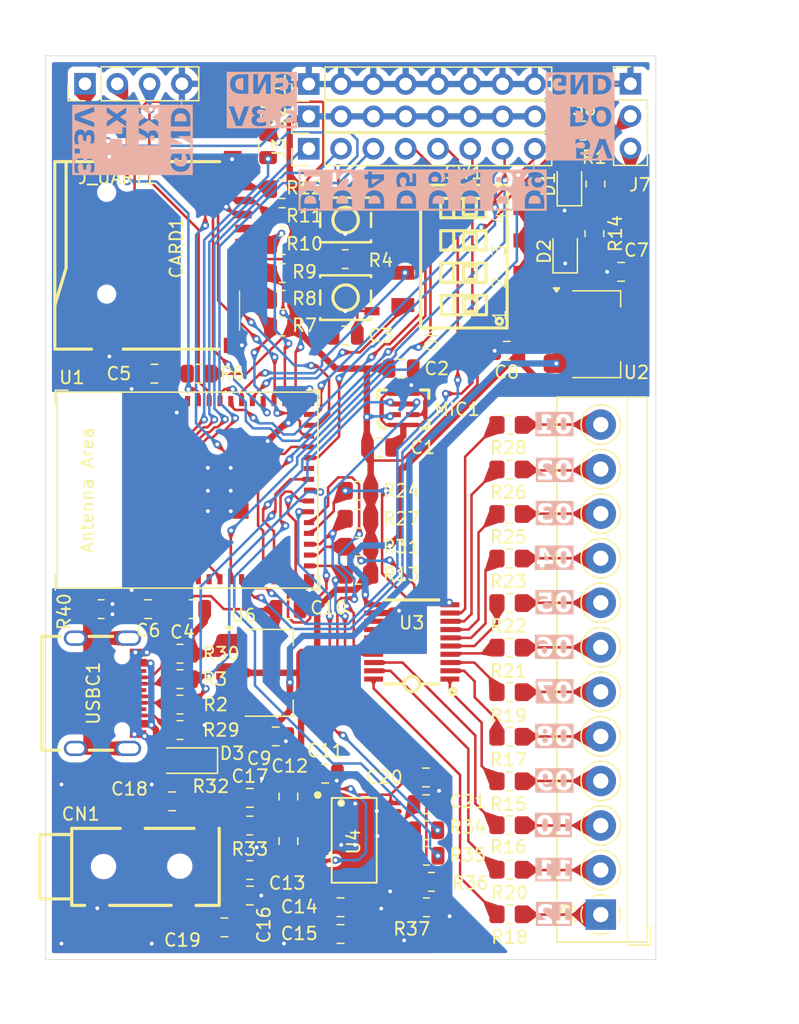
<source format=kicad_pcb>
(kicad_pcb (version 20240108) (generator "pcbnew") (generator_version "8.0")
  (layers (0 "F.Cu" signal) (31 "B.Cu" signal) (34 "B.Paste" user) (35 "F.Paste" user) (36 "B.SilkS" user "B.Silkscreen") (37 "F.SilkS" user "F.Silkscreen") (38 "B.Mask" user) (39 "F.Mask" user) (44 "Edge.Cuts" user))
  (net 0 "")
  (net 1 "GND")
  (net 2 "DP")
  (net 3 "DN")
  (net 4 "Net-(C3-Pad1)")
  (net 5 "+3.3V")
  (net 6 "EN")
  (net 7 "Net-(D1-A)")
  (net 8 "Net-(D2-A)")
  (net 9 "Net-(J_UART1-Pin_2)")
  (net 10 "Net-(J_UART1-Pin_3)")
  (net 11 "LED_DEBUG")
  (net 12 "Net-(U1-GPIO20{slash}U1CTS{slash}ADC2_CH9{slash}CLK_OUT1{slash}USB_D+)")
  (net 13 "Net-(U1-GPIO19{slash}U1RTS{slash}ADC2_CH8{slash}CLK_OUT2{slash}USB_D-)")
  (net 14 "Net-(R5-Pad1)")
  (net 15 "BOOT")
  (net 16 "SD_D2")
  (net 17 "SD_D3")
  (net 18 "SD_CMD")
  (net 19 "SD_CLK")
  (net 20 "SD_D0")
  (net 21 "SD_D1")
  (net 22 "ATQ_CHANGE")
  (net 23 "ATQ_SDA")
  (net 24 "ATQ_SCL")
  (net 26 "SD_CD")
  (net 27 "Net-(U3-KEY8{slash}GPO6)")
  (net 28 "Net-(U3-KEY9{slash}GPO7)")
  (net 29 "Net-(U3-KEY7{slash}GPO5)")
  (net 30 "Net-(U3-KEY10{slash}GPO8)")
  (net 31 "Net-(U3-KEY6{slash}GPO4)")
  (net 32 "Net-(U3-KEY11{slash}GPO9)")
  (net 33 "Net-(U3-KEY5{slash}GPO3)")
  (net 34 "Net-(U3-KEY4{slash}GPO2)")
  (net 35 "Net-(U3-KEY3{slash}GPO1)")
  (net 36 "Net-(U3-KEY2{slash}GPO0)")
  (net 37 "Net-(U3-KEY1)")
  (net 38 "Net-(U3-KEY0)")
  (net 40 "SW_2")
  (net 41 "SW_1")
  (net 42 "SW_3")
  (net 43 "SW_4")
  (net 44 "ATQ_RST")
  (net 45 "+5V")
  (net 46 "VUSB")
  (net 47 "Net-(USBC1-CC2)")
  (net 48 "Net-(USBC1-CC1)")
  (net 51 "Net-(U4-CAPM)")
  (net 52 "Net-(U4-CAPP)")
  (net 53 "Net-(U4-VNEG)")
  (net 54 "OUTR")
  (net 55 "OUTL")
  (net 56 "Net-(C18-Pad2)")
  (net 57 "Net-(C19-Pad2)")
  (net 59 "Net-(U4-OUTL)")
  (net 60 "Net-(U4-OUTR)")
  (net 63 "Net-(U4-LDOO)")
  (net 64 "LRCK")
  (net 65 "Net-(U4-LRCK)")
  (net 66 "DIN")
  (net 67 "Net-(U4-DIN)")
  (net 68 "BCK")
  (net 69 "Net-(U4-BCK)")
  (net 70 "Net-(U4-SCK)")
  (net 71 "MUTE")
  (net 72 "PDM_DATA")
  (net 73 "PDM_CLK")
  (net 74 "Net-(J7-Pin_2)")
  (net 75 "Net-(U1-GPIO26)")
  (net 77 "+3.3VA")
  (net 78 "Net-(R40-Pad2)")
  (net 79 "Net-(J9-Pin_6)")
  (net 80 "Net-(J9-Pin_9)")
  (net 81 "Net-(J9-Pin_12)")
  (net 82 "Net-(J9-Pin_8)")
  (net 83 "Net-(J9-Pin_5)")
  (net 84 "Net-(J9-Pin_11)")
  (net 85 "Net-(J9-Pin_10)")
  (net 86 "Net-(J9-Pin_4)")
  (net 87 "Net-(J9-Pin_7)")
  (net 88 "Net-(J9-Pin_3)")
  (net 89 "Net-(J9-Pin_1)")
  (net 90 "Net-(J9-Pin_2)")
  (net 91 "Net-(J3-Pin_2)")
  (net 92 "Net-(J3-Pin_8)")
  (net 93 "Net-(J3-Pin_6)")
  (net 94 "Net-(J3-Pin_3)")
  (net 95 "Net-(J3-Pin_5)")
  (net 96 "Net-(J3-Pin_4)")
  (net 97 "Net-(J3-Pin_1)")
  (net 98 "Net-(J3-Pin_7)")
  (footprint "Resistor_SMD:R_0805_2012Metric" (layer "F.Cu") (at 24.567157 63.975 180)
    (property "Reference" "R29")
    (property "Value" "5.11K")
  )
  (footprint "Resistor_SMD:R_0805_2012Metric" (layer "F.Cu") (at 24.567157 57.975 180)
    (property "Reference" "R30")
    (property "Value" "5.11K")
  )
  (footprint "Capacitor_SMD:C_0805_2012Metric" (layer "F.Cu") (at 50.267157 34.175 180)
    (property "Reference" "C8")
    (property "Value" "10uF")
  )
  (footprint "easyeda2kicad:USB-C_SMD-TYPE-C-31-M-12" (layer "F.Cu") (at 18.807157 61.085 -90)
    (property "Reference" "USBC1")
    (property "Value" "TYPE-C-31-M-12")
  )
  (footprint "Resistor_SMD:R_0805_2012Metric_Pad1.20x1.40mm_HandSolder" (layer "F.Cu") (at 50.5 68)
    (property "Reference" "R15")
    (property "Value" "20k")
  )
  (footprint "Diode_SMD:D_SOD-123" (layer "F.Cu") (at 25.167157 66.375 180)
    (property "Reference" "D3")
    (property "Value" "1N5819")
  )
  (footprint "Resistor_SMD:R_0805_2012Metric_Pad1.20x1.40mm_HandSolder" (layer "F.Cu") (at 50.5 40)
    (property "Reference" "R28")
    (property "Value" "20k")
  )
  (footprint "Resistor_SMD:R_0805_2012Metric" (layer "F.Cu") (at 32.604657 28.075)
    (property "Reference" "R9")
    (property "Value" "10k")
  )
  (footprint "Resistor_SMD:R_0805_2012Metric_Pad1.20x1.40mm_HandSolder" (layer "F.Cu") (at 50.5 74.95)
    (property "Reference" "R20")
    (property "Value" "20k")
  )
  (footprint "Capacitor_SMD:C_0805_2012Metric" (layer "F.Cu") (at 36 67.4 180)
    (property "Reference" "C11")
    (property "Value" "100nF")
  )
  (footprint "Capacitor_SMD:C_0805_2012Metric" (layer "F.Cu") (at 22.567157 35.975 180)
    (property "Reference" "C5")
    (property "Value" "0.1uF")
  )
  (footprint "Resistor_SMD:R_0805_2012Metric_Pad1.20x1.40mm_HandSolder" (layer "F.Cu") (at 38.567157 49.575 180)
    (property "Reference" "R31")
    (property "Value" "4.7k")
  )
  (footprint "TerminalBlock_4Ucon:TerminalBlock_4Ucon_1x12_P3.50mm_Horizontal" (layer "F.Cu") (at 57.667157 78.475 90)
    (property "Reference" "J9")
    (property "Value" "Conn_01x12_Pin")
  )
  (footprint "Resistor_SMD:R_0805_2012Metric" (layer "F.Cu") (at 32.604657 25.875)
    (property "Reference" "R10")
    (property "Value" "10k")
  )
  (footprint "Resistor_SMD:R_0805_2012Metric" (layer "F.Cu") (at 43.923527 71.848808)
    (property "Reference" "R34")
    (property "Value" "470R")
  )
  (footprint "Capacitor_SMD:C_0805_2012Metric" (layer "F.Cu") (at 40.267157 41.775)
    (property "Reference" "C1")
    (property "Value" "1uF")
  )
  (footprint "Connector_PinHeader_2.54mm:PinHeader_1x08_P2.54mm_Vertical" (layer "F.Cu") (at 34.7 18.3 90)
    (property "Reference" "J3")
    (property "Value" "Conn_01x08_Pin")
  )
  (footprint "Resistor_SMD:R_0805_2012Metric" (layer "F.Cu") (at 18.367157 54.475 180)
    (property "Reference" "R40")
    (property "Value" "0k")
  )
  (footprint "easyeda2kicad:SW-SMD_4P_PTS810SJM250SMTRLFS" (layer "F.Cu") (at 37.6 23.9)
    (property "Reference" "SW5" (hide yes))
    (property "Value" "PTS810SJG250SMTRLFS")
  )
  (footprint "Resistor_SMD:R_0805_2012Metric" (layer "F.Cu") (at 32.604657 21.475)
    (property "Reference" "R12")
    (property "Value" "10k")
  )
  (footprint "Connector_PinHeader_2.54mm:PinHeader_1x08_P2.54mm_Vertical" (layer "F.Cu") (at 34.700001 13.22 90)
    (property "Reference" "J1")
    (property "Value" "Conn_01x08_Pin")
  )
  (footprint "Resistor_SMD:R_0805_2012Metric_Pad1.20x1.40mm_HandSolder" (layer "F.Cu") (at 50.5 71.45)
    (property "Reference" "R16")
    (property "Value" "20k")
  )
  (footprint "Resistor_SMD:R_0805_2012Metric" (layer "F.Cu") (at 43.95 73.85)
    (property "Reference" "R35")
    (property "Value" "470R")
  )
  (footprint "Capacitor_SMD:C_0805_2012Metric" (layer "F.Cu") (at 22.067157 54.475 180)
    (property "Reference" "C6")
    (property "Value" "22uF")
  )
  (footprint "Capacitor_SMD:C_0805_2012Metric" (layer "F.Cu") (at 33.067157 54.475)
    (property "Reference" "C10")
    (property "Value" "10uF")
  )
  (footprint "Capacitor_SMD:C_0805_2012Metric" (layer "F.Cu") (at 41.967157 35.575)
    (property "Reference" "C2")
    (property "Value" "100nF")
  )
  (footprint "Connector_PinHeader_2.54mm:PinHeader_1x03_P2.54mm_Vertical" (layer "F.Cu") (at 60 13.2)
    (property "Reference" "J7")
    (property "Value" "Conn_01x03_Pin")
  )
  (footprint "Capacitor_SMD:C_0805_2012Metric" (layer "F.Cu") (at 32.1 64.475)
    (property "Reference" "C9")
    (property "Value" "10uF")
  )
  (footprint "Capacitor_SMD:C_0805_2012Metric" (layer "F.Cu") (at 28.067157 79.475 180)
    (property "Reference" "C19")
    (property "Value" "1uF")
  )
  (footprint "Capacitor_SMD:C_0805_2012Metric" (layer "F.Cu") (at 30.067157 76.975 180)
    (property "Reference" "C16")
    (property "Value" "2.2nF")
  )
  (footprint "Resistor_SMD:R_0805_2012Metric_Pad1.20x1.40mm_HandSolder" (layer "F.Cu") (at 50.5 47)
    (property "Reference" "R25")
    (property "Value" "20k")
  )
  (footprint "Capacitor_SMD:C_0805_2012Metric" (layer "F.Cu") (at 59.267157 27.975 180)
    (property "Reference" "C7")
    (property "Value" "10uF")
  )
  (footprint "easyeda2kicad:TSSOP-20_L6.5-W4.4-P0.65-LS6.4-BL" (layer "F.Cu") (at 38.273752 72.638914 -90)
    (property "Reference" "U4")
    (property "Value" "PCM5102APWR")
  )
  (footprint "Resistor_SMD:R_0805_2012Metric" (layer "F.Cu") (at 43.95 77.9)
    (property "Reference" "R37")
    (property "Value" "10K")
  )
  (footprint "Resistor_SMD:R_0805_2012Metric" (layer "F.Cu") (at 32.604657 23.675)
    (property "Reference" "R11")
    (property "Value" "10k")
  )
  (footprint "Resistor_SMD:R_0805_2012Metric_Pad1.20x1.40mm_HandSolder" (layer "F.Cu") (at 50.5 50.5)
    (property "Reference" "R23")
    (property "Value" "20k")
  )
  (footprint "LED_SMD:LED_0805_2012Metric" (layer "F.Cu") (at 54.867157 26.375 90)
    (property "Reference" "D2")
    (property "Value" "LED_Small")
  )
  (footprint "Capacitor_SMD:C_0805_2012Metric" (layer "F.Cu") (at 37.2 77.9 180)
    (property "Reference" "C14")
    (property "Value" "100nF")
  )
  (footprint "Resistor_SMD:R_0805_2012Metric" (layer "F.Cu") (at 30.067157 74.975)
    (property "Reference" "R33")
    (property "Value" "470R")
  )
  (footprint "Resistor_SMD:R_0805_2012Metric_Pad1.20x1.40mm_HandSolder" (layer "F.Cu") (at 50.5 61)
    (property "Reference" "R19")
    (property "Value" "20k")
  )
  (footprint "Capacitor_SMD:C_0805_2012Metric" (layer "F.Cu") (at 23.967157 69.575 180)
    (property "Reference" "C18")
    (property "Value" "1uF")
  )
  (footprint "Resistor_SMD:R_0805_2012Metric_Pad1.20x1.40mm_HandSolder" (layer "F.Cu") (at 38.567157 47.375 180)
    (property "Reference" "R27")
    (property "Value" "4.7k")
  )
  (footprint "Capacitor_SMD:C_0805_2012Metric" (layer "F.Cu") (at 43.923527 67.698808)
    (property "Reference" "C20")
    (property "Value" "100nF")
  )
  (footprint "Package_TO_SOT_SMD:SOT-223-3_TabPin2" (layer "F.Cu") (at 57.317157 32.875)
    (property "Reference" "U2")
    (property "Value" "AMS1117 3.3v")
  )
  (footprint "Resistor_SMD:R_0805_2012Metric_Pad1.20x1.40mm_HandSolder" (layer "F.Cu") (at 50.5 57.5)
    (property "Reference" "R21")
    (property "Value" "20k")
  )
  (footprint "Resistor_SMD:R_0805_2012Metric_Pad1.20x1.40mm_HandSolder" (layer "F.Cu") (at 57.167157 24.975 -90)
    (property "Reference" "R14")
    (property "Value" "1k")
  )
  (footprint "Resistor_SMD:R_0805_2012Metric_Pad1.20x1.40mm_HandSolder" (layer "F.Cu") (at 38.567157 45.175 180)
    (property "Reference" "R24")
    (property "Value" "4.7k")
  )
  (footprint "Resistor_SMD:R_0805_2012Metric" (layer "F.Cu") (at 32.604657 30.175)
    (property "Reference" "R8")
    (property "Value" "10k")
  )
  (footprint "Resistor_SMD:R_0805_2012Metric_Pad1.20x1.40mm_HandSolder" (layer "F.Cu") (at 50.5 54)
    (property "Reference" "R22")
    (property "Value" "20k")
  )
  (footprint "easyeda2kicad:SW-SMD_4P_PTS810SJM250SMTRLFS" (layer "F.Cu") (at 37.6 30)
    (property "Reference" "SW4" (hide yes))
    (property "Value" "PTS810SJG250SMTRLFS")
  )
  (footprint "Resistor_SMD:R_0805_2012Metric" (layer "F.Cu") (at 37.567157 26.975)
    (property "Reference" "R4")
    (property "Value" "0k")
  )
  (footprint "Capacitor_SMD:C_0805_2012Metric" (layer "F.Cu") (at 33.1 69.2 90)
    (property "Reference" "C12")
    (property "Value" "2.2uF")
  )
  (footprint "Resistor_SMD:R_0805_2012Metric" (layer "F.Cu") (at 44.35 75.9)
    (property "Reference" "R36")
    (property "Value" "470R")
  )
  (footprint "Resistor_SMD:R_0805_2012Metric_Pad1.20x1.40mm_HandSolder" (layer "F.Cu") (at 50.5 78.45)
    (property "Reference" "R18")
    (property "Value" "20k")
  )
  (footprint "Resistor_SMD:R_0805_2012Metric_Pad1.20x1.40mm_HandSolder" (layer "F.Cu") (at 50.5 43.5)
    (property "Reference" "R26")
    (property "Value" "20k")
  )
  (footprint "Package_TO_SOT_SMD:SOT-223-3_TabPin2" (layer "F.Cu") (at 31.567157 59.475)
    (property "Reference" "U6")
    (property "Value" "AMS1117 3.3v")
  )
  (footprint "Resistor_SMD:R_0805_2012Metric" (layer "F.Cu") (at 31.5 18.0875 -90)
    (property "Reference" "R5")
    (property "Value" "0k")
  )
  (footprint "Resistor_SMD:R_0805_2012Metric_Pad1.20x1.40mm_HandSolder" (layer "F.Cu") (at 38.567157 51.775 180)
    (property "Reference" "R13")
    (property "Value" "4.7k")
  )
  (footprint "Connector_PinHeader_2.54mm:PinHeader_1x08_P2.54mm_Vertical" (layer "F.Cu") (at 34.7 15.76 90)
    (property "Reference" "J2")
    (property "Value" "Conn_01x08_Pin")
  )
  (footprint "LED_SMD:LED_0805_2012Metric" (layer "F.Cu") (at 55.2 21.1 90)
    (property "Reference" "D1")
    (property "Value" "LED_Small")
  )
  (footprint "Resistor_SMD:R_0805_2012Metric" (layer "F.Cu") (at 56.267157 16.875 180)
    (property "Reference" "R38")
    (property "Value" "100R")
  )
  (footprint "easyeda2kicad:TF-SMD_TF-01A" (layer "F.Cu") (at 24.287157 26.675 -90)
    (property "Reference" "CARD1")
    (property "Value" "TF-01A")
  )
  (footprint "Resistor_SMD:R_0805_2012Metric" (layer "F.Cu") (at 24.567157 59.975)
    (property "Reference" "R3")
    (property "Value" "0k")
  )
  (footprint "Capacitor_SMD:C_0805_2012Metric" (layer "F.Cu") (at 43.923527 69.798808)
    (property "Reference" "C21")
    (property "Value" "100nF")
  )
  (footprint "Capacitor_SMD:C_0805_2012Metric" (layer "F.Cu") (at 30.067157 69.3)
    (property "Reference" "C17")
    (property "Value" "2.2nF")
  )
  (footprint "Capacitor_SMD:C_0805_2012Metric" (layer "F.Cu") (at 25.567157 54.475)
    (property "Reference" "C4")
    (property "Value" "0.1uF")
  )
  (footprint "easyeda2kicad:AUDIO-SMD_PJ-35825" (layer "F.Cu") (at 22.357157 74.65)
    (property "Reference" "CN1")
    (property "Value" "PJ-35825")
  )
  (footprint "easyeda2kicad:TSSOP-20_L6.5-W4.4-P0.65-LS6.4-TL" (layer "F.Cu") (at 42.8 57.05 180)
    (property "Reference" "U3")
    (property "Value" "AT42QT2120-XUR_C619526")
  )
  (footprint "Resistor_SMD:R_0805_2012Metric" (layer "F.Cu") (at 24.567157 61.975)
    (property "Reference" "R2")
    (property "Value" "0k")
  )
  (footprint "Capacitor_SMD:C_0805_2012Metric" (layer "F.Cu") (at 33.1 72.7 90)
    (property "Reference" "C13")
    (property "Value" "2.2uF")
  )
  (footprint "Resistor_SMD:R_0805_2012Metric" (layer "F.Cu") (at 30.067157 71.475)
    (property "Reference" "R32")
    (property "Value" "470R")
  )
  (footprint "easyeda2kicad:SW-SMD_EM-04KP" (layer "F.Cu") (at 46.9 26.775 90)
    (property "Reference" "SW1")
    (property "Value" "SW_DIP_x04")
  )
  (footprint "Connector_PinHeader_2.54mm:PinHeader_1x04_P2.54mm_Vertical" (layer "F.Cu") (at 17.1 13.2 90)
    (property "Reference" "J_UART1")
    (property "Value" "Conn_01x04_Male")
  )
  (footprint "Capacitor_SMD:C_0805_2012Metric" (layer "F.Cu") (at 37.2 80 180)
    (property "Reference" "C15")
    (property "Value" "100nF")
  )
  (footprint "Capacitor_SMD:C_0805_2012Metric" (layer "F.Cu") (at 37.567157 32.975)
    (property "Reference" "C3")
    (property "Value" "0.1uF")
  )
  (footprint "Resistor_SMD:R_0805_2012Metric" (layer "F.Cu") (at 57.25 21.075 90)
    (property "Reference" "R1")
    (property "Value" "1k")
  )
  (footprint "Resistor_SMD:R_0805_2012Metric" (layer "F.Cu") (at 32.604657 32.275)
    (property "Reference" "R7")
    (property "Value" "10k")
  )
  (footprint "Resistor_SMD:R_0805_2012Metric" (layer "F.Cu") (at 26.067157 35.975 180)
    (property "Reference" "R6")
    (property "Value" "10k")
  )
  (footprint "easyeda2kicad:MIC-SMD_5P-L3.0-W4.0-P0.85-BL" (layer "F.Cu") (at 42.147157 38.775)
    (property "Reference" "MIC1")
    (property "Value" "MP34DT05TR-A")
  )
  (footprint "Espressif:ESP32-S3-MINI-1" (layer "F.Cu") (at 27.717157 45.125 90)
    (property "Reference" "U1")
    (property "Value" "ESP32-S3-MINI-1")
  )
  (footprint "Resistor_SMD:R_0805_2012Metric_Pad1.20x1.40mm_HandSolder" (layer "F.Cu") (at 50.5 64.5)
    (property "Reference" "R17")
    (property "Value" "20k")
  )
  (gr_line (start 58.8 13.2) (end 59 13.2) (stroke (width 0.1)) (layer "B.SilkS"))
  (gr_line (start 33.1 13.2) (end 33.4 13.2) (stroke (width 0.1)) (layer "B.SilkS"))
  (gr_line (start 52.4 20) (end 52.4 19.4) (stroke (width 0.1)) (layer "B.SilkS"))
  (gr_line (start 24.7 14.9) (end 24.7 14.4) (stroke (width 0.1)) (layer "B.SilkS"))
  (gr_rect (start 14 11) (end 62 82) (stroke (width 0.05)) (fill none) (layer "Edge.Cuts"))
  (gr_text "06" (at 55.467157 57.575 -0) (layer "B.SilkS" knockout) (effects (font (size 1.5 1.5) (thickness 0.3) (bold yes)) (justify left mirror)))
  (gr_text "04" (at 55.467157 50.575 -0) (layer "B.SilkS" knockout) (effects (font (size 1.5 1.5) (thickness 0.3) (bold yes)) (justify left mirror)))
  (gr_text "03" (at 55.467157 47.075 -0) (layer "B.SilkS" knockout) (effects (font (size 1.5 1.5) (thickness 0.3) (bold yes)) (justify left mirror)))
  (gr_text "11" (at 55.467157 75.075 -0) (layer "B.SilkS" knockout) (effects (font (size 1.5 1.5) (thickness 0.3) (bold yes)) (justify left mirror)))
  (gr_text "5V\nDO\nGND\n\n\n" (at 58.6 7.2 180) (layer "B.SilkS" knockout) (effects (font (size 1.5 1.5) (thickness 0.3) (bold yes)) (justify right bottom mirror)))
  (gr_text "07" (at 55.467157 61.075 -0) (layer "B.SilkS" knockout) (effects (font (size 1.5 1.5) (thickness 0.3) (bold yes)) (justify left mirror)))
  (gr_text "GND\nRX\nTX\n3.3V\n\n\n" (at 11 15 -90) (layer "B.SilkS" knockout) (effects (font (size 1.5 1.5) (thickness 0.3) (bold yes)) (justify right bottom mirror)))
  (gr_text "05" (at 55.467157 54.075 -0) (layer "B.SilkS" knockout) (effects (font (size 1.5 1.5) (thickness 0.3) (bold yes)) (justify left mirror)))
  (gr_text "02" (at 55.467157 43.675 -0) (layer "B.SilkS" knockout) (effects (font (size 1.5 1.5) (thickness 0.3) (bold yes)) (justify left mirror)))
  (gr_text "09" (at 55.467157 68.075 -0) (layer "B.SilkS" knockout) (effects (font (size 1.5 1.5) (thickness 0.3) (bold yes)) (justify left mirror)))
  (gr_text "10" (at 55.467157 71.575 -0) (layer "B.SilkS" knockout) (effects (font (size 1.5 1.5) (thickness 0.3) (bold yes)) (justify left mirror)))
  (gr_text "01" (at 55.467157 40.075 -0) (layer "B.SilkS" knockout) (effects (font (size 1.5 1.5) (thickness 0.3) (bold yes)) (justify left mirror)))
  (gr_text "08" (at 55.467157 64.575 -0) (layer "B.SilkS" knockout) (effects (font (size 1.5 1.5) (thickness 0.3) (bold yes)) (justify left mirror)))
  (gr_text "12" (at 55.467157 78.575 -0) (layer "B.SilkS" knockout) (effects (font (size 1.5 1.5) (thickness 0.3) (bold yes)) (justify left mirror)))
  (gr_text "D9\nD8\nD7\nD6\nD5\nD4\nD2\nD1" (at 33.8 20 270) (layer "B.SilkS" knockout) (effects (font (size 1.5 1.5) (thickness 0.3) (bold yes)) (justify right bottom mirror)))
  (gr_text "GND\n3.3V\n\n\n" (at 28.4 21.8 0) (layer "B.SilkS" knockout) (effects (font (size 1.5 1.5) (thickness 0.3) (bold yes)) (justify right bottom mirror)))
  (segment (start 26.667157 43.475) (end 26.767157 43.375) (width 0.2) (layer "F.Cu") (net 1))
  (segment (start 40.427157 38.775) (end 40.427157 37.925) (width 0.2) (layer "F.Cu") (net 1))
  (segment (start 33.1 73.649999) (end 32.349999 74.4) (width 0.2) (layer "F.Cu") (net 1))
  (segment (start 43.867157 39.195) (end 43.867157 39.605) (width 0.2) (layer "F.Cu") (net 1))
  (segment (start 35.487157 31.055) (end 37.547157 31.055) (width 0.2) (layer "F.Cu") (net 1))
  (segment (start 22.617157 52.125) (end 21.767157 52.125) (width 0.2) (layer "F.Cu") (net 1))
  (segment (start 26.517156 55.482844) (end 26.517156 54.475) (width 0.5) (layer "F.Cu") (net 1))
  (segment (start 24.317157 39.032) (end 24.317157 38.8267) (width 0.2) (layer "F.Cu") (net 1))
  (segment (start 21.117157 54.475) (end 21.117157 53.325) (width 0.2) (layer "F.Cu") (net 1))
  (segment (start 54.867157 29.875) (end 54.157157 30.585) (width 0.5) (layer "F.Cu") (net 1))
  (segment (start 42.717157 36.925) (end 42.717157 37.325) (width 0.5) (layer "F.Cu") (net 1))
  (segment (start 39.8 54.78) (end 41.02 54.78) (width 0.5) (layer "F.Cu") (net 1))
  (segment (start 28.517157 45.125) (end 28.567157 45.175) (width 0.2) (layer "F.Cu") (net 1))
  (segment (start 32.349999 74.4) (end 31.8 74.4) (width 0.2) (layer "F.Cu") (net 1))
  (segment (start 41.2 54.6) (end 41.8 54.6) (width 0.5) (layer "F.Cu") (net 1))
  (segment (start 51.867157 28.045) (end 51.867157 30.585) (width 0.5) (layer "F.Cu") (net 1))
  (segment (start 26.067157 43.475) (end 26.667157 43.475) (width 0.2) (layer "F.Cu") (net 1))
  (segment (start 44.873526 68.673526) (end 44.873526 67.698808) (width 0.2) (layer "F.Cu") (net 1))
  (segment (start 26.502257 63.5876) (end 25.867057 63.5876) (width 0.2) (layer "F.Cu") (net 1))
  (segment (start 32.817157 39.925) (end 33.025 39.925) (width 0.2) (layer "F.Cu") (net 1))
  (segment (start 20.717157 37.225) (end 20.767157 37.175) (width 0.5) (layer "F.Cu") (net 1))
  (segment (start 30.967157 76.975) (end 31.017157 76.975) (width 0.2) (layer "F.Cu") (net 1))
  (segment (start 24.317157 38.8267) (end 24.317157 38.125001) (width 0.2) (layer "F.Cu") (net 1))
  (segment (start 54.821549 22.415951) (end 54.821549 23.157806) (width 0.5) (layer "F.Cu") (net 1))
  (segment (start 27.617657 57.9745) (end 25.479657 57.9745) (width 0.5) (layer "F.Cu") (net 1))
  (segment (start 26.867157 43.475) (end 27.717157 43.475) (width 0.2) (layer "F.Cu") (net 1))
  (segment (start 26.817157 45.125) (end 27.717157 45.125) (width 0.2) (layer "F.Cu") (net 1))
  (segment (start 51.867157 25.505) (end 51.867157 28.045) (width 0.5) (layer "F.Cu") (net 1))
  (segment (start 51.877157 30.575) (end 51.867157 30.585) (width 0.5) (layer "F.Cu") (net 1))
  (segment (start 38.517157 31.055) (end 38.517157 31.045) (width 0.2) (layer "F.Cu") (net 1))
  (segment (start 28.815457 23.475) (end 28.203957 22.8635) (width 0.2) (layer "F.Cu") (net 1))
  (segment (start 28.467157 43.475) (end 28.567157 43.375) (width 0.2) (layer "F.Cu") (net 1))
  (segment (start 44.95 68.75) (end 44.873526 68.826474) (width 0.2) (layer "F.Cu") (net 1))
  (segment (start 20.717157 52.125) (end 20.717157 52.925) (width 0.5) (layer "F.Cu") (net 1))
  (segment (start 34.017157 53.725) (end 34.767157 52.975) (width 0.5) (layer "F.Cu") (net 1))
  (segment (start 51.867157 23.157806) (end 51.867157 25.505) (width 0.5) (layer "F.Cu") (net 1))
  (segment (start 26.767157 43.375) (end 26.867157 43.475) (width 0.2) (layer "F.Cu") (net 1))
  (segment (start 29.367157 45.125) (end 29.367157 46.775) (width 0.2) (layer "F.Cu") (net 1))
  (segment (start 38.507157 31.045) (end 38.517157 31.055) (width 0.2) (layer "F.Cu") (net 1))
  (segment (start 37.597157 31.045) (end 38.507157 31.045) (width 0.2) (layer "F.Cu") (net 1))
  (segment (start 29.447157 33.745) (end 28.727157 33.745) (width 0.2) (layer "F.Cu") (net 1))
  (segment (start 27.717157 45.125) (end 27.717157 46.775) (width 0.2) (layer "F.Cu") (net 1))
  (segment (start 54.821549 23.157806) (end 51.867157 23.157806) (width 0.5) (layer "F.Cu") (net 1))
  (segment (start 54.157157 30.585) (end 51.867157 30.585) (width 0.5) (layer "F.Cu") (net 1))
  (segment (start 27.844357 57.175) (end 27.844357 57.7478) (width 0.5) (layer "F.Cu") (net 1))
  (segment (start 40.427157 39.635) (end 40.427157 38.775) (width 0.2) (layer "F.Cu") (net 1))
  (segment (start 43.477157 39.995) (end 42.147157 39.995) (width 0.2) (layer "F.Cu") (net 1))
  (segment (start 40.787157 39.995) (end 40.427157 39.635) (width 0.2) (layer "F.Cu") (net 1))
  (segment (start 29.567157 23.475) (end 28.815457 23.475) (width 0.2) (layer "F.Cu") (net 1))
  (segment (start 41.1 76.65) (end 41.1 75.612665) (width 0.2) (layer "F.Cu") (net 1))
  (segment (start 21.117157 53.325) (end 20.767157 52.975) (width 0.2) (layer "F.Cu") (net 1))
  (segment (start 54.167157 30.575) (end 51.877157 30.575) (width 0.5) (layer "F.Cu") (net 1))
  (segment (start 25.479657 56.679657) (end 25.4 56.6) (width 0.5) (layer "F.Cu") (net 1))
  (segment (start 31.467157 41.275) (end 32.817157 39.925) (width 0.5) (layer "F.Cu") (net 1))
  (segment (start 19.017157 34.625) (end 19.007157 34.615) (width 0.2) (layer "F.Cu") (net 1))
  (segment (start 27.844357 57.7478) (end 27.617657 57.9745) (width 0.5) (layer "F.Cu") (net 1))
  (segment (start 27.717157 43.475) (end 28.467157 43.475) (width 0.2) (layer "F.Cu") (net 1))
  (segment (start 41.134838 70.35) (end 41.143752 70.358914) (width 0.2) (layer "F.Cu") (net 1))
  (segment (start 29.367157 43.475) (end 29.367157 45.125) (width 0.2) (layer "F.Cu") (net 1))
  (segment (start 34.717157 37.225) (end 34.767157 37.175) (width 0.5) (layer "F.Cu") (net 1))
  (segment (start 26.067157 43.475) (end 26.067157 45.125) (width 0.2) (layer "F.Cu") (net 1))
  (segment (start 25.479657 57.9745) (end 25.479157 57.975) (width 0.5) (layer "F.Cu") (net 1))
  (segment (start 42.147157 40.005) (end 42.147157 39.995) (width 0.2) (layer "F.Cu") (net 1))
  (segment (start 42.827157 39.195) (end 43.867157 39.195) (width 0.2) (layer "F.Cu") (net 1))
  (segment (start 26.767157 45.175) (end 26.817157 45.125) (width 0.2) (layer "F.Cu") (net 1))
  (segment (start 20.717157 52.925) (end 20.767157 52.975) (width 0.5) (layer "F.Cu") (net 1))
  (segment (start 25.479657 57.9745) (end 25.479657 56.679657) (width 0.5) (layer "F.Cu") (net 1))
  (segment (start 39.637157 31.045) (end 40.097157 31.045) (width 0.2) (layer "F.Cu") (net 1))
  (segment (start 21.617157 35.975) (end 21.617157 36.325) (width 0.5) (layer "F.Cu") (net 1))
  (segment (start 42.767157 36.875) (end 42.717157 36.925) (width 0.5) (layer "F.Cu") (net 1))
  (segment (start 25.4 56.6) (end 26.517156 55.482844) (width 0.5) (layer "F.Cu") (net 1))
  (segment (start 33.025 39.925) (end 33.1 39.85) (width 0.2) (layer "F.Cu") (net 1))
  (segment (start 38.527157 31.045) (end 39.637157 31.045) (width 0.2) (layer "F.Cu") (net 1))
  (segment (start 42.137157 40.215) (end 42.137157 40.855) (width 0.5) (layer "F.Cu") (net 1))
  (segment (start 41.02 54.78) (end 41.2 54.6) (width 0.5) (layer "F.Cu") (net 1))
  (segment (start 31.067157 69.475) (end 31.017157 69.475) (width 0.2) (layer "F.Cu") (net 1))
  (segment (start 38.517157 32.975) (end 38.517157 31.055) (width 0.2) (layer "F.Cu") (net 1))
  (segment (start 24.317156 38.125) (end 23.467157 38.125) (width 0.2) (layer "F.Cu") (net 1))
  (segment (start 18.057157 78.07) (end 18.057157 77.985) (width 0.2) (layer "F.Cu") (net 1))
  (segment (start 41.124838 72.3) (end 41.143752 72.318914) (width 0.2) (layer "F.Cu") (net 1))
  (segment (start 28.727157 33.745) (end 28.717157 33.755) (width 0.2) (layer "F.Cu") (net 1))
  (segment (start 27.717157 43.475) (end 27.717157 45.125) (width 0.2) (layer "F.Cu") (net 1))
  (segment (start 19.017157 18.925) (end 19.007157 18.915) (width 0.2) (layer "F.Cu") (net 1))
  (segment (start 20.717157 38.125) (end 20.717157 37.225) (width 0.5) (layer "F.Cu") (net 1))
  (segment (start 43.867157 39.605) (end 43.477157 39.995) (width 0.2) (layer "F.Cu") (net 1))
  (segment (start 40.05 70.35) (end 41.134838 70.35) (width 0.2) (layer "F.Cu") (net 1))
  (segment (start 28.567157 46.775) (end 29.367157 46.775) (width 0.2) (layer "F.Cu") (net 1))
  (segment (start 20.717157 38.125) (end 20.717157 39.175) (width 0.2) (layer "F.Cu") (net 1))
  (segment (start 25.867057 63.5876) (end 25.479657 63.975) (width 0.2) (layer "F.Cu") (net 1))
  (segment (start 45.777233 78.602033) (end 45.564533 78.602033) (width 0.5) (layer "F.Cu") (net 1))
  (segment (start 44.873526 68.826474) (end 44.873526 69.798808) (width 0.2) (layer "F.Cu") (net 1))
  (segment (start 28.617157 45.125) (end 29.367157 45.125) (width 0.2) (layer "F.Cu") (net 1))
  (segment (start 26.067157 45.125) (end 26.067157 46.775) (width 0.2) (layer "F.Cu") (net 1))
  (segment (start 26.067157 45.125) (end 26.717157 45.125) (width 0.2) (layer "F.Cu") (net 1))
  (segment (start 42.147157 37.545) (end 43.547157 37.545) (width 0.2) (layer "F.Cu") (net 1))
  (segment (start 40.807157 37.545) (end 42.147157 37.545) (width 0.2) (layer "F.Cu") (net 1))
  (segment (start 45.564533 78.602033) (end 44.8625 77.9) (width 0.5) (layer "F.Cu") (net 1))
  (segment (start 28.667157 43.475) (end 29.367157 43.475) (width 0.2) (layer "F.Cu") (net 1))
  (segment (start 34.017157 54.475) (end 34.017157 53.725) (width 0.5) (layer "F.Cu") (net 1))
  (segment (start 42.137157 40.855) (end 41.217157 41.775) (width 0.5) (layer "F.Cu") (net 1))
  (segment (start 34.717157 52.925) (end 34.767157 52.975) (width 0.5) (layer "F.Cu") (net 1))
  (segment (start 41.1 75.612665) (end 41.143752 75.568913) (width 0.2) (layer "F.Cu") (net 1))
  (segment (start 43.867157 38.775) (end 43.867157 39.195) (width 0.2) (layer "F.Cu") (net 1))
  (segment (start 34.717157 52.125) (end 34.717157 52.925) (width 0.5) (layer "F.Cu") (net 1))
  (segment (start 18.057157 77.985) (end 18.067157 77.975) (width 0.2) (layer "F.Cu") (net 1))
  (segment (start 21.767157 52.125) (end 20.717157 52.125) (width 0.2) (layer "F.Cu") (net 1))
  (segment (start 40.1 72.3) (end 41.124838 72.3) (width 0.2) (layer "F.Cu") (net 1))
  (segment (start 42.917157 36.725) (end 42.767157 36.875) (width 0.5) (layer "F.Cu") (net 1))
  (segment (start 25.479657 57.9745) (end 25.479657 57.975) (width 0.2) (layer "F.Cu") (net 1))
  (segment (start 38.517157 31.055) (end 38.527157 31.045) (width 0.2) (layer "F.Cu") (net 1))
  (segment (start 24.317157 38.125001) (end 24.317156 38.125) (width 0.2) (layer "F.Cu") (net 1))
  (segment (start 19.007157 34.615) (end 19.007157 34.435) (width 0.2) (layer "F.Cu") (net 1))
  (segment (start 21.617157 36.325) (end 20.767157 37.175) (width 0.5) (layer "F.Cu") (net 1))
  (segment (start 37.547157 31.055) (end 37.567157 31.075) (width 0.2) (layer "F.Cu") (net 1))
  (segment (start 28.567157 45.175) (end 28.617157 45.125) (width 0.2) (layer "F.Cu") (net 1))
  (segment (start 35.487157 25) (end 39.627157 25) (width 0.2) (layer "F.Cu") (net 1))
  (segment (start 26.717157 45.125) (end 26.767157 45.175) (width 0.2) (layer "F.Cu") (net 1))
  (segment (start 42.147157 39.995) (end 40.787157 39.995) (width 0.2) (layer "F.Cu") (net 1))
  (segment (start 26.067157 46.775) (end 26.767157 46.775) (width 0.2) (layer "F.Cu") (net 1))
  (segment (start 51.867157 22.965) (end 51.867157 25.505) (width 0.5) (layer "F.Cu") (net 1))
  (segment (start 42.917157 35.575) (end 42.917157 36.725) (width 0.5) (layer "F.Cu") (net 1))
  (segment (start 44.95 68.75) (end 44.873526 68.673526) (width 0.2) (layer "F.Cu") (net 1))
  (segment (start 37.567157 31.075) (end 37.597157 31.045) (width 0.2) (layer "F.Cu") (net 1))
  (segment (start 43.547157 37.545) (end 43.867157 37.865) (width 0.2) (layer "F.Cu") (net 1))
  (segment (start 28.667157 19.125) (end 28.717157 19.075) (width 0.2) (layer "F.Cu") (net 1))
  (segment (start 27.717157 45.125) (end 28.517157 45.125) (width 0.2) (layer "F.Cu") (net 1))
  (segment (start 34.717157 38.125) (end 34.717157 37.225) (width 0.5) (layer "F.Cu") (net 1))
  (segment (start 24.317157 38.125) (end 24.317157 38.8267) (width 0.2) (layer "F.Cu") (net 1))
  (segment (start 43.867157 39.195) (end 43.867157 38.775) (width 0.2) (layer "F.Cu") (net 1))
  (segment (start 27.717157 46.775) (end 28.567157 46.775) (width 0.2) (layer "F.Cu") (net 1))
  (segment (start 40.427157 37.925) (end 40.807157 37.545) (width 0.2) (layer "F.Cu") (net 1))
  (segment (start 54.867157 27.3125) (end 54.867157 29.875) (width 0.5) (layer "F.Cu") (net 1))
  (segment (start 55.2 22.0375) (end 54.821549 22.415951) (width 0.5) (layer "F.Cu") (net 1))
  (segment (start 26.767157 46.775) (end 27.717157 46.775) (width 0.2) (layer "F.Cu") (net 1))
  (segment (start 28.567157 43.375) (end 28.667157 43.475) (width 0.2) (layer "F.Cu") (net 1))
  (segment (start 43.867157 37.865) (end 43.867157 38.775) (width 0.2) (layer "F.Cu") (net 1))
  (via (at 21.967157 57.875) (size 0.6) (drill 0.3) (layers "F.Cu" "B.Cu") (net 1))
  (via (at 25.4 56.6) (size 0.6) (drill 0.3) (layers "F.Cu" "B.Cu") (net 1))
  (via (at 26.502257 63.5876) (size 0.6) (drill 0.3) (layers "F.Cu" "B.Cu") (net 1))
  (via (at 28.567157 45.175) (size 0.6) (drill 0.3) (layers "F.Cu" "B.Cu") (net 1))
  (via (at 15.25 68.25) (size 0.6) (drill 0.3) (layers "F.Cu" "B.Cu") (net 1))
  (via (at 31.467157 41.275) (size 0.6) (drill 0.3) (layers "F.Cu" "B.Cu") (net 1))
  (via (at 34.767157 37.175) (size 0.6) (drill 0.3) (layers "F.Cu" "B.Cu") (net 1))
  (via (at 38.35 69.75) (size 0.6) (drill 0.3) (layers "F.Cu" "B.Cu") (net 1))
  (via (at 26.767157 46.775) (size 0.6) (drill 0.3) (layers "F.Cu" "B.Cu") (net 1))
  (via (at 28.567157 43.375) (size 0.6) (drill 0.3) (layers "F.Cu" "B.Cu") (net 1))
  (via (at 54.821549 23.157806) (size 0.6) (drill 0.3) (layers "F.Cu" "B.Cu") (net 1))
  (via (at 19.267157 54.875) (size 0.6) (drill 0.3) (layers "F.Cu" "B.Cu") (net 1))
  (via (at 30.6 73.2) (size 0.6) (drill 0.3) (layers "F.Cu" "B.Cu") (net 1))
  (via (at 36.9 67.95) (size 0.6) (drill 0.3) (layers "F.Cu" "B.Cu") (net 1))
  (via (at 20.992157 64.3) (size 0.6) (drill 0.3) (layers "F.Cu" "B.Cu") (net 1))
  (via (at 19.017157 18.925) (size 0.6) (drill 0.3) (layers "F.Cu" "B.Cu") (net 1))
  (via (at 40.05 70.35) (size 0.6) (drill 0.3) (layers "F.Cu" "B.Cu") (net 1))
  (via (at 49.317158 34.175) (size 0.6) (drill 0.3) (layers "F.Cu" "B.Cu") (net 1))
  (via (at 40.4 78) (size 0.6) (drill 0.3) (layers "F.Cu" "B.Cu") (net 1))
  (via (at 24.317157 39.032) (size 0.6) (drill 0.3) (layers "F.Cu" "B.Cu") (net 1))
  (via (at 42.2 80.5) (size 0.6) (drill 0.3) (layers "F.Cu" "B.Cu") (net 1))
  (via (at 45.75 53.95) (size 0.6) (drill 0.3) (layers "F.Cu" "B.Cu") (net 1))
  (via (at 18.067157 77.975) (size 0.6) (drill 0.3) (layers "F.Cu" "B.Cu") (net 1))
  (via (at 30.967157 76.975) (size 0.6) (drill 0.3) (layers "F.Cu" "B.Cu") (net 1))
  (via (at 31 67.8) (size 0.6) (drill 0.3) (layers "F.Cu" "B.Cu") (net 1))
  (via (at 37.567157 25) (size 0.6) (drill 0.3) (layers "F.Cu" "B.Cu") (net 1))
  (via (at 28.667157 19.125) (size 0.6) (drill 0.3) (layers "F.Cu" "B.Cu") (net 1))
  (via (at 21.792157 64.45) (size 0.6) (drill 0.3) (layers "F.Cu" "B.Cu") (net 1))
  (via (at 19.267157 54.075) (size 0.6) (drill 0.3) (layers "F.Cu" "B.Cu") (net 1))
  (via (at 42.767157 36.875) (size 0.6) (drill 0.3) (layers "F.Cu" "B.Cu") (net 1))
  (via (at 19.017157 34.625) (size 0.6) (drill 0.3) (layers "F.Cu" "B.Cu") (net 1))
  (via (at 32.75 80.75) (size 0.6) (drill 0.3) (layers "F.Cu" "B.Cu") (net 1))
  (via (at 21.067157 57.875) (size 0.6) (drill 0.3) (layers "F.Cu" "B.Cu") (net 1))
  (via (at 54.867157 27.3125) (size 0.6) (drill 0.3) (layers "F.Cu" "B.Cu") (net 1))
  (via (at 58.167157 27.975) (size 0.6) (drill 0.3) (layers "F.Cu" "B.Cu") (net 1))
  (via (at 20.767157 37.175) (size 0.6) (drill 0.3) (layers "F.Cu" "B.Cu") (net 1))
  (via (at 45.777233 78.602033) (size 0.6) (drill 0.3) (layers "F.Cu" "B.Cu") (net 1))
  (via (at 34.767157 52.975) (size 0.6) (drill 0.3) (layers "F.Cu" "B.Cu") (net 1))
  (via (at 22.35 68.25) (size 0.6) (drill 0.3) (layers "F.Cu" "B.Cu") (net 1))
  (via (at 26.767157 43.375) (size 0.6) (drill 0.3) (layers "F.Cu" "B.Cu") (net 1))
  (via (at 37.25 73) (size 0.6) (drill 0.3) (layers "F.Cu" "B.Cu") (net 1))
  (via (at 22.35 80.75) (size 0.6) (drill 0.3) (layers "F.Cu" "B.Cu") (net 1))
  (via (at 40.1 72.3) (size 0.6) (drill 0.3) (layers "F.Cu" "B.Cu") (net 1))
  (via (at 28.567157 46.775) (size 0.6) (drill 0.3) (layers "F.Cu" "B.Cu") (net 1))
  (via (at 20.767157 52.975) (size 0.6) (drill 0.3) (layers "F.Cu" "B.Cu") (net 1))
  (via (at 28.203957 22.8635) (size 0.6) (drill 0.3) (layers "F.Cu" "B.Cu") (net 1))
  (via (at 44.95 68.75) (size 0.6) (drill 0.3) (layers "F.Cu" "B.Cu") (net 1))
  (via (at 29.447157 33.745) (size 0.6) (drill 0.3) (layers "F.Cu" "B.Cu") (net 1))
  (via (at 38.35 73) (size 0.6) (drill 0.3) (layers "F.Cu" "B.Cu") (net 1))
  (via (at 15.25 80.75) (size 0.6) (drill 0.3) (layers "F.Cu" "B.Cu") (net 1))
  (via (at 41.1 76.65) (size 0.6) (drill 0.3) (layers "F.Cu" "B.Cu") (net 1))
  (via (at 26.767157 45.175) (size 0.6) (drill 0.3) (layers "F.Cu" "B.Cu") (net 1))
  (via (at 37.25 69.75) (size 0.6) (drill 0.3) (layers "F.Cu" "B.Cu") (net 1))
  (via (at 41.8 54.6) (size 0.6) (drill 0.3) (layers "F.Cu" "B.Cu") (net 1))
  (via (at 32.9 64.85) (size 0.6) (drill 0.3) (layers "F.Cu" "B.Cu") (net 1))
  (via (at 37.567157 31.075) (size 0.6) (drill 0.3) (layers "F.Cu" "B.Cu") (net 1))
  (via (at 33.1 39.85) (size 0.6) (drill 0.3) (layers "F.Cu" "B.Cu") (net 1))
  (segment (start 45.7 54) (end 43.6 54) (width 0.5) (layer "B.Cu") (net 1))
  (segment (start 45.75 53.95) (end 45.7 54) (width 0.5) (layer "B.Cu") (net 1))
  (segment (start 21.277157 61.835) (end 23.515157 61.835) (width 0.2) (layer "F.Cu") (net 2))
  (segment (start 23.515157 61.835) (end 23.654657 61.9745) (width 0.2) (layer "F.Cu") (net 2))
  (segment (start 20.377157 60.835) (end 20.327157 60.885) (width 0.2) (layer "F.Cu") (net 2))
  (segment (start 20.377157 61.835) (end 21.277157 61.835) (width 0.2) (layer "F.Cu") (net 2))
  (segment (start 21.277157 60.835) (end 20.377157 60.835) (width 0.2) (layer "F.Cu") (net 2))
  (segment (start 23.654657 61.9745) (end 23.654657 61.975) (width 0.2) (layer "F.Cu") (net 2))
  (segment (start 23.654657 61.9745) (end 23.655157 61.975) (width 0.2) (layer "F.Cu") (net 2))
  (segment (start 20.327157 61.785) (end 20.377157 61.835) (width 0.2) (layer "F.Cu") (net 2))
  (segment (start 20.327157 60.885) (end 20.327157 61.785) (width 0.2) (layer "F.Cu") (net 2))
  (segment (start 22.467157 60.335) (end 22.467157 61.045) (width 0.2) (layer "F.Cu") (net 3))
  (segment (start 23.654657 59.975) (end 23.294657 60.335) (width 0.2) (layer "F.Cu") (net 3))
  (segment (start 21.277157 60.335) (end 22.467157 60.335) (width 0.2) (layer "F.Cu") (net 3))
  (segment (start 23.294657 60.335) (end 22.467157 60.335) (width 0.2) (layer "F.Cu") (net 3))
  (segment (start 22.467157 61.045) (end 22.177157 61.335) (width 0.2) (layer "F.Cu") (net 3))
  (segment (start 22.177157 61.335) (end 21.277157 61.335) (width 0.2) (layer "F.Cu") (net 3))
  (segment (start 36.617157 32.975) (end 35.882157 32.975) (width 0.2) (layer "F.Cu") (net 4))
  (segment (start 35.147157 28.895) (end 35.487157 28.895) (width 0.2) (layer "F.Cu") (net 4))
  (segment (start 36.655157 27.9287) (end 36.655157 28.8825) (width 0.2) (layer "F.Cu") (net 4))
  (segment (start 34.567157 29.475) (end 35.147157 28.895) (width 0.2) (layer "F.Cu") (net 4))
  (segment (start 35.882157 32.975) (end 34.567157 31.66) (width 0.2) (layer "F.Cu") (net 4))
  (segment (start 36.655157 26.975) (end 36.655157 27.9287) (width 0.2) (layer "F.Cu") (net 4))
  (segment (start 36.655157 28.8825) (end 36.667157 28.895) (width 0.2) (layer "F.Cu") (net 4))
  (segment (start 34.567157 31.66) (end 34.567157 29.475) (width 0.2) (layer "F.Cu") (net 4))
  (segment (start 36.655157 27.9287) (end 36.654657 27.9282) (width 0.2) (layer "F.Cu") (net 4))
  (segment (start 36.667157 28.895) (end 39.647157 28.895) (width 0.2) (layer "F.Cu") (net 4))
  (segment (start 36.654657 27.9282) (end 36.654657 26.975) (width 0.2) (layer "F.Cu") (net 4))
  (segment (start 35.487157 28.895) (end 36.667157 28.895) (width 0.2) (layer "F.Cu") (net 4))
  (segment (start 35.403752 74.268915) (end 34.684928 74.268915) (width 0.2) (layer "F.Cu") (net 5))
  (segment (start 35.367157 58.825) (end 34.717157 59.475) (width 0.5) (layer "F.Cu") (net 5))
  (segment (start 28.0269 54.475) (end 27.0019 53.45) (width 0.2) (layer "F.Cu") (net 5))
  (segment (start 33.517157 26.975) (end 31.229257 26.975) (width 0.2) (layer "F.Cu") (net 5))
  (segment (start 35.403752 67.753751) (end 35.050001 67.4) (width 0.2) (layer "F.Cu") (net 5))
  (segment (start 34.1 64.95) (end 34.1 65.1) (width 0.5) (layer "F.Cu") (net 5))
  (segment (start 38 68.6) (end 35.403752 68.6) (width 0.2) (layer "F.Cu") (net 5))
  (segment (start 23.392157 54.475) (end 24.617157 54.475) (width 0.5) (layer "F.Cu") (net 5))
  (segment (start 39.267157 39.8248) (end 39.267157 35.575) (width 0.5) (layer "F.Cu") (net 5))
  (segment (start 39.567157 45.175) (end 39.567157 42.175) (width 0.5) (layer "F.Cu") (net 5))
  (segment (start 31.229257 26.975) (end 30.518857 26.2646) (width 0.2) (layer "F.Cu") (net 5))
  (segment (start 23.467157 54.4) (end 23.467157 52.125) (width 0.2) (layer "F.Cu") (net 5))
  (segment (start 39.567157 35.575) (end 41.017157 35.575) (width 0.5) (layer "F.Cu") (net 5))
  (segment (start 29.817157 35.975) (end 33.517157 32.275) (width 0.2) (layer "F.Cu") (net 5))
  (segment (start 42.007843 42.8) (end 39.592157 42.8) (width 0.2) (layer "F.Cu") (net 5))
  (segment (start 34.684928 74.268915) (end 34.233752 74.720091) (width 0.2) (layer "F.Cu") (net 5))
  (segment (start 35.472667 74.2) (end 35.403752 74.268915) (width 0.2) (layer "F.Cu") (net 5))
  (segment (start 32.117157 54.475) (end 28.0269 54.475) (width 0.2) (layer "F.Cu") (net 5))
  (segment (start 33.517157 23.675) (end 33.517157 25.875) (width 0.5) (layer "F.Cu") (net 5))
  (segment (start 39.567157 42.175) (end 39.267157 41.875) (width 0.5) (layer "F.Cu") (net 5))
  (segment (start 23.017157 54.475) (end 23.392157 54.475) (width 0.5) (layer "F.Cu") (net 5))
  (segment (start 32.167157 59.475) (end 34.717157 59.475) (width 0.5) (layer "F.Cu") (net 5))
  (segment (start 36.250001 77.9) (end 36.250001 80) (width 0.2) (layer "F.Cu") (net 5))
  (segment (start 33.2 21.157843) (end 33.2 16.246043) (width 0.5) (layer "F.Cu") (net 5))
  (segment (start 49.367157 31.675) (end 47.967157 33.075) (width 0.2) (layer "F.Cu") (net 5))
  (segment (start 57.167157 29.975) (end 55.467157 31.675) (width 0.2) (layer "F.Cu") (net 5))
  (segment (start 39.592157 42.8) (end 39.567157 42.775) (width 0.2) (layer "F.Cu") (net 5))
  (segment (start 34.1 60.092157) (end 34.1 64.95) (width 0.5) (layer "F.Cu") (net 5))
  (segment (start 39.567157 42.025) (end 39.317157 41.775) (width 0.5) (layer "F.Cu") (net 5))
  (segment (start 32.117157 54.475) (end 32.117157 59.425) (width 0.5) (layer "F.Cu") (net 5))
  (segment (start 41.143752 69.708915) (end 41.143752 69.053496) (width 0.2) (layer "F.Cu") (net 5))
  (segment (start 34.233752 76.383752) (end 35.75 77.9) (width 0.2) (layer "F.Cu") (net 5))
  (segment (start 26.979157 35.975) (end 26.979657 35.975) (width 0.2) (layer "F.Cu") (net 5))
  (segment (start 27.0019 53.45) (end 25.642157 53.45) (width 0.2) (layer "F.Cu") (net 5))
  (segment (start 30.518857 26.2646) (end 30.518857 25.675) (width 0.2) (layer "F.Cu") (net 5))
  (segment (start 42.973528 67.698808) (end 42.49844 67.698808) (width 0.2) (layer "F.Cu") (net 5))
  (segment (start 34.233752 74.720091) (end 34.233752 76.383752) (width 0.2) (layer "F.Cu") (net 5))
  (segment (start 55.467157 31.675) (end 49.367157 31.675) (width 0.2) (layer "F.Cu") (net 5))
  (segment (start 35.403752 69.708915) (end 35.403752 67.753751) (width 0.2) (layer "F.Cu") (net 5))
  (segment (start 29.567157 25.675) (end 30.518857 25.675) (width 0.2) (layer "F.Cu") (net 5))
  (segment (start 47.967157 33.075) (end 47.967157 36.840686) (width 0.2) (layer "F.Cu") (net 5))
  (segment (start 25.642157 53.45) (end 24.617157 54.475) (width 0.2) (layer "F.Cu") (net 5))
  (segment (start 39.267157 41.875) (end 39.267157 39.8248) (width 0.5) (layer "F.Cu") (net 5))
  (segment (start 33.517157 21.475) (end 33.2 21.157843) (width 0.5) (layer "F.Cu") (net 5))
  (segment (start 39.567157 51.775) (end 38.392157 52.95) (width 0.5) (layer "F.Cu") (net 5))
  (segment (start 47.967157 36.840686) (end 42.007843 42.8) (width 0.2) (layer "F.Cu") (net 5))
  (segment (start 36.8 74.2) (end 35.472667 74.2) (width 0.2) (layer "F.Cu") (net 5))
  (segment (start 26.979657 35.975) (end 29.817157 35.975) (width 0.2) (layer "F.Cu") (net 5))
  (segment (start 38.392157 52.95) (end 36.85 52.95) (width 0.5) (layer "F.Cu") (net 5))
  (segment (start 23.392157 54.475) (end 23.467157 54.4) (width 0.2) (layer "F.Cu") (net 5))
  (segment (start 34.15 65.05) (end 34.1 65.1) (width 0.2) (layer "F.Cu") (net 5))
  (segment (start 38.453496 69.053496) (end 41.143752 69.053496) (width 0.2) (layer "F.Cu") (net 5))
  (segment (start 39.567157 45.175) (end 39.567157 47.375) (width 0.5) (layer "F.Cu") (net 5))
  (segment (start 34.1 66.449999) (end 34.1 64.95) (width 0.2) (layer "F.Cu") (net 5))
  (segment (start 32.117157 59.425) (end 32.167157 59.475) (width 0.5) (layer "F.Cu") (net 5))
  (segment (start 34.717157 59.475) (end 34.1 60.092157) (width 0.5) (layer "F.Cu") (net 5))
  (segment (start 39.567157 42.175) (end 39.567157 42.025) (width 0.5) (layer "F.Cu") (net 5))
  (segment (start 33.517157 26.975) (end 33.517157 28.075) (width 0.5) (layer "F.Cu") (net 5))
  (segment (start 17.1 13.2) (end 17.2 13.3) (width 0.2) (layer "F.Cu") (net 5))
  (segment (start 33.441943 16.0041) (end 34.7 16.0041) (width 0.5) (layer "F.Cu") (net 5))
  (segment (start 38 68.6) (end 38.453496 69.053496) (width 0.2) (layer "F.Cu") (net 5))
  (segment (start 28.417157 59.475) (end 32.167157 59.475) (width 0.5) (layer "F.Cu") (net 5))
  (segment (start 17.2 13.3) (end 17.2 16) (width 0.2) (layer "F.Cu") (net 5))
  (segment (start 39.567157 35.575) (end 41.017157 35.575) (width 0.5) (layer "F.Cu") (net 5))
  (segment (start 39.567157 51.775) (end 39.567157 49.575) (width 0.5) (layer "F.Cu") (net 5))
  (segment (start 33.517157 25.875) (end 33.517157 26.975) (width 0.5) (layer "F.Cu") (net 5))
  (segment (start 42.49844 67.698808) (end 41.143752 69.053496) (width 0.2) (layer "F.Cu") (net 5))
  (segment (start 39.567157 49.575) (end 39.567157 47.375) (width 0.5) (layer "F.Cu") (net 5))
  (segment (start 34.1 65.1) (end 34.1 66.449999) (width 0.5) (layer "F.Cu") (net 5))
  (segment (start 33.517157 28.075) (end 33.517157 30.175) (width 0.5) (layer "F.Cu") (net 5))
  (segment (start 35.75 77.9) (end 36.250001 77.9) (width 0.2) (layer "F.Cu") (net 5))
  (segment (start 36.85 52.95) (end 35.367157 54.432843) (width 0.5) (layer "F.Cu") (net 5))
  (segment (start 35.367157 54.432843) (end 35.367157 58.825) (width 0.5) (layer "F.Cu") (net 5))
  (segment (start 33.517157 32.275) (end 36.817157 35.575) (width 0.5) (layer "F.Cu") (net 5))
  (segment (start 33.517157 21.475) (end 33.517157 21.7225) (width 0.5) (layer "F.Cu") (net 5))
  (segment (start 39.567157 45.175) (end 39.567157 42.175) (width 0.5) (layer "F.Cu") (net 5))
  (segment (start 17.2 16) (end 18.9 17.7) (width 0.2) (layer "F.Cu") (net 5))
  (segment (start 36.817157 35.575) (end 39.567157 35.575) (width 0.5) (layer "F.Cu") (net 5))
  (segment (start 33.517157 30.175) (end 33.517157 32.275) (width 0.5) (layer "F.Cu") (net 5))
  (segment (start 39.267157 39.375) (end 39.267157 39.5248) (width 0.2) (layer "F.Cu") (net 5))
  (segment (start 33.517157 21.7225) (end 33.517157 23.675) (width 0.5) (layer "F.Cu") (net 5))
  (segment (start 57.167157 25.975) (end 57.167157 29.975) (width 0.2) (layer "F.Cu") (net 5))
  (segment (start 33.2 16.246043) (end 33.441943 16.0041) (width 0.5) (layer "F.Cu") (net 5))
  (segment (start 34.1 66.449999) (end 35.050001 67.4) (width 0.5) (layer "F.Cu") (net 5))
  (via (at 36.8 74.2) (size 0.6) (drill 0.3) (layers "F.Cu" "B.Cu") (net 5))
  (via (at 41.102157 39.33) (size 0.6) (drill 0.3) (layers "F.Cu" "B.Cu") (net 5))
  (via (at 18.9 17.7) (size 0.6) (drill 0.3) (layers "F.Cu" "B.Cu") (net 5))
  (via (at 39.267157 39.375) (size 0.6) (drill 0.3) (layers "F.Cu" "B.Cu") (net 5))
  (via (at 38 68.6) (size 0.6) (drill 0.3) (layers "F.Cu" "B.Cu") (net 5))
  (segment (start 34.7 15.76) (end 52.480001 15.76) (width 0.5) (layer "B.Cu") (net 5))
  (segment (start 38.55 69.15) (end 38.598529 69.15) (width 0.2) (layer "B.Cu") (net 5))
  (segment (start 19.275 18.075) (end 30.887157 18.075) (width 0.2) (layer "B.Cu") (net 5))
  (segment (start 38.598529 69.15) (end 39.2 69.751471) (width 0.2) (layer "B.Cu") (net 5))
  (segment (start 38 68.6) (end 38.55 69.15) (width 0.2) (layer "B.Cu") (net 5))
  (segment (start 33.202157 15.76) (end 34.7 15.76) (width 0.2) (layer "B.Cu") (net 5))
  (segment (start 30.887157 18.075) (end 33.202157 15.76) (width 0.2) (layer "B.Cu") (net 5))
  (segment (start 18.9 17.7) (end 19.275 18.075) (width 0.2) (layer "B.Cu") (net 5))
  (segment (start 39.267157 39.375) (end 39.312157 39.33) (width 0.2) (layer "B.Cu") (net 5))
  (segment (start 39.2 69.751471) (end 39.2 73.6) (width 0.2) (layer "B.Cu") (net 5))
  (segment (start 38.6 74.2) (end 36.8 74.2) (width 0.2) (layer "B.Cu") (net 5))
  (segment (start 39.2 73.6) (end 38.6 74.2) (width 0.2) (layer "B.Cu") (net 5))
  (segment (start 39.312157 39.33) (end 41.102157 39.33) (width 0.2) (layer "B.Cu") (net 5))
  (segment (start 21.003957 33.4618) (end 23.517157 35.975) (width 0.2) (layer "F.Cu") (net 6))
  (segment (start 25.154657 35.975) (end 25.155157 35.975) (width 0.2) (layer "F.Cu") (net 6))
  (segment (start 34.571357 25.6) (end 34.571357 24.1047) (width 0.2) (layer "F.Cu") (net 6))
  (segment (start 21.767157 38.125) (end 21.767157 37.725) (width 0.2) (layer "F.Cu") (net 6))
  (segment (start 21.003957 15.596043) (end 21.003957 33.4618) (width 0.2) (layer "F.Cu") (net 6))
  (segment (start 34.571357 24.1047) (end 34.6 24.076057) (width 0.2) (layer "F.Cu") (net 6))
  (segment (start 21.767157 37.725) (end 23.517157 35.975) (width 0.2) (layer "F.Cu") (net 6))
  (segment (start 35.74 14.61) (end 21.99 14.61) (width 0.2) (layer "F.Cu") (net 6))
  (segment (start 38.479657 26.975) (end 37.179657 25.675) (width 0.2) (layer "F.Cu") (net 6))
  (segment (start 37.179657 25.675) (end 34.646357 25.675) (width 0.2) (layer "F.Cu") (net 6))
  (segment (start 35.85 14.72) (end 35.74 14.61) (width 0.2) (layer "F.Cu") (net 6))
  (segment (start 35.85 19.45) (end 35.85 14.72) (width 0.2) (layer "F.Cu") (net 6))
  (segment (start 34.646357 25.675) (end 34.571357 25.6) (width 0.2) (layer "F.Cu") (net 6))
  (segment (start 34.6 20.7) (end 35.85 19.45) (width 0.2) (layer "F.Cu") (net 6))
  (segment (start 23.517157 35.975) (end 25.154657 35.975) (width 0.2) (layer "F.Cu") (net 6))
  (segment (start 34.6 24.076057) (end 34.6 20.7) (width 0.2) (layer "F.Cu") (net 6))
  (segment (start 21.99 14.61) (end 21.003957 15.596043) (width 0.2) (layer "F.Cu") (net 6))
  (segment (start 54.841855 20.1625) (end 57.25 20.1625) (width 0.2) (layer "F.Cu") (net 7))
  (segment (start 54.821549 20.182806) (end 54.841855 20.1625) (width 0.2) (layer "F.Cu") (net 7))
  (segment (start 55.704657 25.4375) (end 54.867157 25.4375) (width 0.2) (layer "F.Cu") (net 8))
  (segment (start 57.167157 23.975) (end 55.704657 25.4375) (width 0.2) (layer "F.Cu") (net 8))
  (segment (start 20.403957 13.963957) (end 20.403957 20.875) (width 0.2) (layer "F.Cu") (net 9))
  (segment (start 26.017157 38.125) (end 26.017157 37.4233) (width 0.2) (layer "F.Cu") (net 9))
  (segment (start 25.794357 37.2005) (end 26.017157 37.4233) (width 0.2) (layer "F.Cu") (net 9))
  (segment (start 19.64 13.2) (end 20.403957 13.963957) (width 0.2) (layer "F.Cu") (net 9))
  (segment (start 25.233757 37.2005) (end 25.794357 37.2005) (width 0.2) (layer "F.Cu") (net 9))
  (via (at 25.233757 37.2005) (size 0.6) (drill 0.3) (layers "F.Cu" "B.Cu") (net 9))
  (via (at 20.403957 20.875) (size 0.6) (drill 0.3) (layers "F.Cu" "B.Cu") (net 9))
  (segment (start 20.467157 20.875) (end 22.715457 20.875) (width 0.2) (layer "B.Cu") (net 9))
  (segment (start 25.233757 23.3933) (end 25.233757 37.2005) (width 0.2) (layer "B.Cu") (net 9))
  (segment (start 22.715457 20.875) (end 25.233757 23.3933) (width 0.2) (layer "B.Cu") (net 9))
  (segment (start 26.041757 24.671) (end 26.041757 36.5979) (width 0.2) (layer "F.Cu") (net 10))
  (segment (start 26.867157 37.4233) (end 26.867157 38.125) (width 0.2) (layer "F.Cu") (net 10))
  (segment (start 26.041757 36.5979) (end 26.867157 37.4233) (width 0.2) (layer "F.Cu") (net 10))
  (segment (start 22.274265 15.21) (end 22.167157 15.317108) (width 0.2) (layer "F.Cu") (net 10))
  (segment (start 22.167157 15.317108) (end 22.167157 20.7964) (width 0.2) (layer "F.Cu") (net 10))
  (segment (start 22.167157 20.7964) (end 26.041757 24.671) (width 0.2) (layer "F.Cu") (net 10))
  (via (at 22.274265 15.21) (size 0.6) (drill 0.3) (layers "F.Cu" "B.Cu") (net 10))
  (segment (start 22.179999 15.115734) (end 22.179999 13.2) (width 0.2) (layer "B.Cu") (net 10))
  (segment (start 22.274265 15.21) (end 22.179999 15.115734) (width 0.2) (layer "B.Cu") (net 10))
  (segment (start 35.667157 36.9113) (end 35.681857 36.8966) (width 0.2) (layer "F.Cu") (net 11))
  (segment (start 48.632357 24.4711) (end 50.1 23.003457) (width 0.2) (layer "F.Cu") (net 11))
  (segment (start 34.717157 39.175) (end 35.267157 39.175) (width 0.2) (layer "F.Cu") (net 11))
  (segment (start 35.267157 39.175) (end 35.667157 38.775) (width 0.2) (layer "F.Cu") (net 11))
  (segment (start 53.129159 21.9) (end 53.829159 21.2) (width 0.2) (layer "F.Cu") (net 11))
  (segment (start 48.259557 24.4711) (end 48.632357 24.4711) (width 0.2) (layer "F.Cu") (net 11))
  (segment (start 50.7 21.9) (end 53.129159 21.9) (width 0.2) (layer "F.Cu") (net 11))
  (segment (start 53.829159 21.2) (end 56.4625 21.2) (width 0.2) (layer "F.Cu") (net 11))
  (segment (start 50.1 23.003457) (end 50.1 22.5) (width 0.2) (layer "F.Cu") (net 11))
  (segment (start 50.1 22.5) (end 50.7 21.9) (width 0.2) (layer "F.Cu") (net 11))
  (segment (start 56.4625 21.2) (end 57.25 21.9875) (width 0.2) (layer "F.Cu") (net 11))
  (segment (start 35.667157 38.775) (end 35.667157 36.9113) (width 0.2) (layer "F.Cu") (net 11))
  (via (at 35.681857 36.8966) (size 0.6) (drill 0.3) (layers "F.Cu" "B.Cu") (net 11))
  (via (at 48.259557 24.4711) (size 0.6) (drill 0.3) (layers "F.Cu" "B.Cu") (net 11))
  (segment (start 48.259557 24.4711) (end 48.107357 24.4711) (width 0.2) (layer "B.Cu") (net 11))
  (segment (start 48.107357 24.4711) (end 35.681857 36.8966) (width 0.2) (layer "B.Cu") (net 11))
  (segment (start 34.717157 44.275) (end 33.250557 44.275) (width 0.2) (layer "F.Cu") (net 12))
  (segment (start 26.611857 60.7232) (end 26.611857 60.8428) (width 0.2) (layer "F.Cu") (net 12))
  (segment (start 33.250557 44.275) (end 32.078057 45.4475) (width 0.2) (layer "F.Cu") (net 12))
  (segment (start 26.611857 60.8428) (end 25.479657 61.975) (width 0.2) (layer "F.Cu") (net 12))
  (segment (start 32.078057 46.8278) (end 31.767757 47.1381) (width 0.2) (layer "F.Cu") (net 12))
  (segment (start 32.078057 45.4475) (end 32.078057 46.8278) (width 0.2) (layer "F.Cu") (net 12))
  (via (at 26.611857 60.7232) (size 0.6) (drill 0.3) (layers "F.Cu" "B.Cu") (net 12))
  (via (at 31.767757 47.1381) (size 0.6) (drill 0.3) (layers "F.Cu" "B.Cu") (net 12))
  (segment (start 26.202257 52.7036) (end 26.202257 60.3136) (width 0.2) (layer "B.Cu") (net 12))
  (segment (start 31.767757 47.1381) (end 26.202257 52.7036) (width 0.2) (layer "B.Cu") (net 12))
  (segment (start 26.202257 60.3136) (end 26.611857 60.7232) (width 0.2) (layer "B.Cu") (net 12))
  (segment (start 35.418857 45.125) (end 35.572257 45.2784) (width 0.2) (layer "F.Cu") (net 13))
  (segment (start 34.717157 45.125) (end 35.418857 45.125) (width 0.2) (layer "F.Cu") (net 13))
  (segment (start 26.846457 59.7451) (end 25.709557 59.7451) (width 0.2) (layer "F.Cu") (net 13))
  (segment (start 25.709557 59.7451) (end 25.479657 59.975) (width 0.2) (layer "F.Cu") (net 13))
  (segment (start 35.572257 45.2784) (end 35.621157 45.2784) (width 0.2) (layer "F.Cu") (net 13))
  (via (at 26.846457 59.7451) (size 0.6) (drill 0.3) (layers "F.Cu" "B.Cu") (net 13))
  (via (at 35.621157 45.2784) (size 0.6) (drill 0.3) (layers "F.Cu" "B.Cu") (net 13))
  (segment (start 26.846457 59.7451) (end 28.444357 58.1472) (width 0.2) (layer "B.Cu") (net 13))
  (segment (start 28.444357 58.1472) (end 28.444357 51.387229) (width 0.2) (layer "B.Cu") (net 13))
  (segment (start 28.444357 51.387229) (end 34.553186 45.2784) (width 0.2) (layer "B.Cu") (net 13))
  (segment (start 34.553186 45.2784) (end 35.621157 45.2784) (width 0.2) (layer "B.Cu") (net 13))
  (segment (start 35.52 22.82) (end 37.025 22.82) (width 0.2) (layer "F.Cu") (net 14))
  (segment (start 35.52 22.82) (end 39.68 22.82) (width 0.2) (layer "F.Cu") (net 14))
  (segment (start 31.675 17.175) (end 31.5 17.175) (width 0.2) (layer "F.Cu") (net 14))
  (segment (start 37.025 19.825) (end 37 19.8) (width 0.2) (layer "F.Cu") (net 14))
  (segment (start 32.3 17.8) (end 31.675 17.175) (width 0.2) (layer "F.Cu") (net 14))
  (segment (start 37.025 22.82) (end 37.025 19.825) (width 0.2) (layer "F.Cu") (net 14))
  (via (at 37 19.8) (size 0.6) (drill 0.3) (layers "F.Cu" "B.Cu") (net 14))
  (via (at 32.3 17.8) (size 0.6) (drill 0.3) (layers "F.Cu" "B.Cu") (net 14))
  (segment (start 32.3 17.8) (end 33.075 17.025) (width 0.2) (layer "B.Cu") (net 14))
  (segment (start 38.525 17.6) (end 38.525 18.875) (width 0.2) (layer "B.Cu") (net 14))
  (segment (start 37.95 17.025) (end 38.525 17.6) (width 0.2) (layer "B.Cu") (net 14))
  (segment (start 38.525 18.875) (end 37.6 19.8) (width 0.2) (layer "B.Cu") (net 14))
  (segment (start 33.075 17.025) (end 37.95 17.025) (width 0.2) (layer "B.Cu") (net 14))
  (segment (start 37.6 19.8) (end 37 19.8) (width 0.2) (layer "B.Cu") (net 14))
  (segment (start 23.737157 42.325) (end 26.477157 39.585) (width 0.2) (layer "F.Cu") (net 15))
  (segment (start 24.317157 51.255) (end 23.737157 50.675) (width 0.2) (layer "F.Cu") (net 15))
  (segment (start 23.737157 50.675) (end 23.737157 42.325) (width 0.2) (layer "F.Cu") (net 15))
  (segment (start 24.317157 52.125) (end 24.317157 51.255) (width 0.2) (layer "F.Cu") (net 15))
  (via (at 31.5 19.1) (size 0.6) (drill 0.3) (layers "F.Cu" "B.Cu") (net 15))
  (via (at 26.477157 39.585) (size 0.6) (drill 0.3) (layers "F.Cu" "B.Cu") (net 15))
  (segment (start 31.5 20.452157) (end 26.477157 25.475) (width 0.2) (layer "B.Cu") (net 15))
  (segment (start 31.5 19.1) (end 31.5 20.452157) (width 0.2) (layer "B.Cu") (net 15))
  (segment (start 26.477157 25.475) (end 26.477157 39.585) (width 0.2) (layer "B.Cu") (net 15))
  (segment (start 29.567157 28.975) (end 29.567157 30.15) (width 0.2) (layer "F.Cu") (net 16))
  (segment (start 31.692157 33.0496) (end 30.426257 34.3155) (width 0.2) (layer "F.Cu") (net 16))
  (segment (start 29.567157 30.15) (end 31.339557 31.9224) (width 0.2) (layer "F.Cu") (net 16))
  (segment (start 33.369615 39.077458) (end 34.017157 39.725) (width 0.2) (layer "F.Cu") (net 16))
  (segment (start 34.017157 39.725) (end 34.017157 40.525) (width 0.2) (layer "F.Cu") (net 16))
  (segment (start 31.339557 31.9224) (end 31.692157 32.275) (width 0.2) (layer "F.Cu") (net 16))
  (segment (start 34.017157 40.525) (end 34.367157 40.875) (width 0.2) (layer "F.Cu") (net 16))
  (segment (start 34.367157 40.875) (end 34.717157 40.875) (width 0.2) (layer "F.Cu") (net 16))
  (segment (start 31.692157 32.275) (end 31.692157 33.0496) (width 0.2) (layer "F.Cu") (net 16))
  (segment (start 32.215215 39.077458) (end 33.369615 39.077458) (width 0.2) (layer "F.Cu") (net 16))
  (via (at 30.426257 34.3155) (size 0.6) (drill 0.3) (layers "F.Cu" "B.Cu") (net 16))
  (via (at 32.215215 39.077458) (size 0.6) (drill 0.3) (layers "F.Cu" "B.Cu") (net 16))
  (segment (start 32.215215 39.077458) (end 32.215215 38.684758) (width 0.2) (layer "B.Cu") (net 16))
  (segment (start 32.215215 38.684758) (end 30.426257 36.8958) (width 0.2) (layer "B.Cu") (net 16))
  (segment (start 30.426257 36.8958) (end 30.426257 34.3155) (width 0.2) (layer "B.Cu") (net 16))
  (segment (start 35.418857 40.025) (end 36.295257 39.1486) (width 0.2) (layer "F.Cu") (net 17))
  (segment (start 29.917157 27.875) (end 31.692157 29.65) (width 0.2) (layer "F.Cu") (net 17))
  (segment (start 36.295257 39.1486) (end 36.295257 36.3031) (width 0.2) (layer "F.Cu") (net 17))
  (segment (start 29.567157 27.875) (end 28.967157 27.875) (width 0.2) (layer "F.Cu") (net 17))
  (segment (start 28.567157 28.275) (end 28.567157 30.3236) (width 0.2) (layer "F.Cu") (net 17))
  (segment (start 31.692157 29.65) (end 31.692157 30.175) (width 0.2) (layer "F.Cu") (net 17))
  (segment (start 28.967157 27.875) (end 28.567157 28.275) (width 0.2) (layer "F.Cu") (net 17))
  (segment (start 29.567157 27.875) (end 29.917157 27.875) (width 0.2) (layer "F.Cu") (net 17))
  (segment (start 35.330557 35.3384) (end 34.894257 35.3384) (width 0.2) (layer "F.Cu") (net 17))
  (segment (start 28.567157 30.3236) (end 30.177557 31.934) (width 0.2) (layer "F.Cu") (net 17))
  (segment (start 36.295257 36.3031) (end 35.330557 35.3384) (width 0.2) (layer "F.Cu") (net 17))
  (segment (start 34.717157 40.025) (end 35.418857 40.025) (width 0.2) (layer "F.Cu") (net 17))
  (via (at 30.177557 31.934) (size 0.6) (drill 0.3) (layers "F.Cu" "B.Cu") (net 17))
  (via (at 34.894257 35.3384) (size 0.6) (drill 0.3) (layers "F.Cu" "B.Cu") (net 17))
  (segment (start 34.894257 35.3384) (end 33.581957 35.3384) (width 0.2) (layer "B.Cu") (net 17))
  (segment (start 33.581957 35.3384) (end 30.177557 31.934) (width 0.2) (layer "B.Cu") (net 17))
  (segment (start 30.392157 26.775) (end 31.692157 28.075) (width 0.2) (layer "F.Cu") (net 18))
  (segment (start 32.684757 29.0676) (end 32.684757 31.1698) (width 0.2) (layer "F.Cu") (net 18))
  (segment (start 33.667157 34.2785) (end 34.061657 33.884) (width 0.2) (layer "F.Cu") (net 18))
  (segment (start 29.567157 26.775) (end 30.392157 26.775) (width 0.2) (layer "F.Cu") (net 18))
  (segment (start 31.692157 28.075) (end 32.684757 29.0676) (width 0.2) (layer "F.Cu") (net 18))
  (segment (start 33.667157 38.125) (end 33.667157 34.2785) (width 0.2) (layer "F.Cu") (net 18))
  (via (at 34.061657 33.884) (size 0.6) (drill 0.3) (layers "F.Cu" "B.Cu") (net 18))
  (via (at 32.684757 31.1698) (size 0.6) (drill 0.3) (layers "F.Cu" "B.Cu") (net 18))
  (segment (start 34.061657 32.5467) (end 32.684757 31.1698) (width 0.2) (layer "B.Cu") (net 18))
  (segment (start 34.061657 33.884) (end 34.061657 32.5467) (width 0.2) (layer "B.Cu") (net 18))
  (segment (start 32.560857 24.9525) (end 31.692157 25.8212) (width 0.2) (layer "F.Cu") (net 19))
  (segment (start 31.692157 25.8212) (end 31.692157 25.875) (width 0.2) (layer "F.Cu") (net 19))
  (segment (start 32.817157 33.9094) (end 32.817157 38.125) (width 0.2) (layer "F.Cu") (net 19))
  (segment (start 33.117057 33.6095) (end 32.817157 33.9094) (width 0.2) (layer "F.Cu") (net 19))
  (segment (start 30.392157 24.575) (end 31.692157 25.875) (width 0.2) (layer "F.Cu") (net 19))
  (segment (start 29.567157 24.575) (end 30.392157 24.575) (width 0.2) (layer "F.Cu") (net 19))
  (via (at 33.117057 33.6095) (size 0.6) (drill 0.3) (layers "F.Cu" "B.Cu") (net 19))
  (via (at 32.560857 24.9525) (size 0.6) (drill 0.3) (layers "F.Cu" "B.Cu") (net 19))
  (segment (start 32.560857 24.9525) (end 32.030857 25.4825) (width 0.2) (layer "B.Cu") (net 19))
  (segment (start 32.030857 32.5233) (end 33.117057 33.6095) (width 0.2) (layer "B.Cu") (net 19))
  (segment (start 32.030857 25.4825) (end 32.030857 32.5233) (width 0.2) (layer "B.Cu") (net 19))
  (segment (start 29.567157 22.375) (end 30.392157 22.375) (width 0.2) (layer "F.Cu") (net 20))
  (segment (start 27.956357 22.2411) (end 29.433257 22.2411) (width 0.2) (layer "F.Cu") (net 20))
  (segment (start 29.433257 22.2411) (end 29.567157 22.375) (width 0.2) (layer "F.Cu") (net 20))
  (segment (start 27.569157 22.6283) (end 27.956357 22.2411) (width 0.2) (layer "F.Cu") (net 20))
  (segment (start 32.018157 37.3723) (end 32.018157 34.6746) (width 0.2) (layer "F.Cu") (net 20))
  (segment (start 30.592857 33.2493) (end 27.569157 30.2256) (width 0.2) (layer "F.Cu") (net 20))
  (segment (start 31.967157 37.4233) (end 32.018157 37.3723) (width 0.2) (layer "F.Cu") (net 20))
  (segment (start 27.569157 30.2256) (end 27.569157 22.6283) (width 0.2) (layer "F.Cu") (net 20))
  (segment (start 30.392157 22.375) (end 31.692157 23.675) (width 0.2) (layer "F.Cu") (net 20))
  (segment (start 31.967157 38.125) (end 31.967157 37.4233) (width 0.2) (layer "F.Cu") (net 20))
  (via (at 30.592857 33.2493) (size 0.6) (drill 0.3) (layers "F.Cu" "B.Cu") (net 20))
  (via (at 32.018157 34.6746) (size 0.6) (drill 0.3) (layers "F.Cu" "B.Cu") (net 20))
  (segment (start 30.592857 33.2493) (end 32.018157 34.6746) (width 0.2) (layer "B.Cu") (net 20))
  (segment (start 31.206357 38.8267) (end 31.416257 39.0366) (width 0.2) (layer "F.Cu") (net 21))
  (segment (start 27.167457 22.4566) (end 28.349057 21.275) (width 0.2) (layer "F.Cu") (net 21))
  (segment (start 28.349057 21.275) (end 29.567157 21.275) (width 0.2) (layer "F.Cu") (net 21))
  (segment (start 29.567157 21.275) (end 31.492157 21.275) (width 0.2) (layer "F.Cu") (net 21))
  (segment (start 27.167457 34.0753) (end 27.167457 22.4566) (width 0.2) (layer "F.Cu") (net 21))
  (segment (start 28.367157 35.275) (end 27.167457 34.0753) (width 0.2) (layer "F.Cu") (net 21))
  (segment (start 31.117157 38.8267) (end 31.206357 38.8267) (width 0.2) (layer "F.Cu") (net 21))
  (segment (start 31.492157 21.275) (end 31.692157 21.475) (width 0.2) (layer "F.Cu") (net 21))
  (segment (start 31.117157 38.125) (end 31.117157 38.8267) (width 0.2) (layer "F.Cu") (net 21))
  (via (at 28.367157 35.275) (size 0.6) (drill 0.3) (layers "F.Cu" "B.Cu") (net 21))
  (via (at 31.416257 39.0366) (size 0.6) (drill 0.3) (layers "F.Cu" "B.Cu") (net 21))
  (segment (start 28.367157 35.275) (end 28.842757 35.7506) (width 0.2) (layer "B.Cu") (net 21))
  (segment (start 28.842757 35.7506) (end 28.842757 36.4631) (width 0.2) (layer "B.Cu") (net 21))
  (segment (start 28.842757 36.4631) (end 31.416257 39.0366) (width 0.2) (layer "B.Cu") (net 21))
  (segment (start 36.8 52.2) (end 37.142157 52.2) (width 0.2) (layer "F.Cu") (net 22))
  (segment (start 37.142157 52.2) (end 37.567157 51.775) (width 0.2) (layer "F.Cu") (net 22))
  (segment (start 38.095457 58.02) (end 39.8 58.02) (width 0.2) (layer "F.Cu") (net 22))
  (segment (start 34.717157 51.075) (end 36.867157 51.075) (width 0.2) (layer "F.Cu") (net 22))
  (segment (start 36.867157 51.075) (end 37.217157 51.425) (width 0.2) (layer "F.Cu") (net 22))
  (segment (start 37.217157 51.425) (end 37.567157 51.775) (width 0.2) (layer "F.Cu") (net 22))
  (segment (start 37.550767 55.022696) (end 37.550767 57.47531) (width 0.2) (layer "F.Cu") (net 22))
  (segment (start 37.550767 57.47531) (end 38.095457 58.02) (width 0.2) (layer "F.Cu") (net 22))
  (via (at 36.8 52.2) (size 0.6) (drill 0.3) (layers "F.Cu" "B.Cu") (net 22))
  (via (at 37.550767 55.022696) (size 0.6) (drill 0.3) (layers "F.Cu" "B.Cu") (net 22))
  (segment (start 36.8 54.607843) (end 36.8 52.2) (width 0.2) (layer "B.Cu") (net 22))
  (segment (start 37.550767 55.022696) (end 37.214853 55.022696) (width 0.2) (layer "B.Cu") (net 22))
  (segment (start 37.214853 55.022696) (end 36.8 54.607843) (width 0.2) (layer "B.Cu") (net 22))
  (segment (start 34.717157 48.525) (end 34.917157 48.525) (width 0.2) (layer "F.Cu") (net 23))
  (segment (start 39.8 55.43) (end 42.17 55.43) (width 0.2) (layer "F.Cu") (net 23))
  (segment (start 42.6 53.8) (end 40.467157 51.667157) (width 0.2) (layer "F.Cu") (net 23))
  (segment (start 40.467157 45.475) (end 40.767157 45.175) (width 0.2) (layer "F.Cu") (net 23))
  (segment (start 42.17 55.43) (end 42.6 55) (width 0.2) (layer "F.Cu") (net 23))
  (segment (start 36.667157 46.075) (end 37.567157 45.175) (width 0.2) (layer "F.Cu") (net 23))
  (segment (start 40.467157 51.667157) (end 40.467157 45.475) (width 0.2) (layer "F.Cu") (net 23))
  (segment (start 36.667157 46.775) (end 36.667157 46.075) (width 0.2) (layer "F.Cu") (net 23))
  (segment (start 34.917157 48.525) (end 36.667157 46.775) (width 0.2) (layer "F.Cu") (net 23))
  (segment (start 42.6 55) (end 42.6 53.8) (width 0.2) (layer "F.Cu") (net 23))
  (via (at 37.567157 45.175) (size 0.6) (drill 0.3) (layers "F.Cu" "B.Cu") (net 23))
  (via (at 40.767157 45.175) (size 0.6) (drill 0.3) (layers "F.Cu" "B.Cu") (net 23))
  (segment (start 40.767157 45.175) (end 37.567157 45.175) (width 0.2) (layer "B.Cu") (net 23))
  (segment (start 34.717157 49.375) (end 35.567157 49.375) (width 0.2) (layer "F.Cu") (net 24))
  (segment (start 38.237157 57.37) (end 39.8 57.37) (width 0.2) (layer "F.Cu") (net 24))
  (segment (start 37.692382 54.23533) (end 38.237157 54.780105) (width 0.2) (layer "F.Cu") (net 24))
  (segment (start 36.411957 48.5302) (end 37.567157 47.375) (width 0.2) (layer "F.Cu") (net 24))
  (segment (start 36.411957 48.5302) (end 36.583757 48.5302) (width 0.2) (layer "F.Cu") (net 24))
  (segment (start 35.567157 49.375) (end 36.411957 48.5302) (width 0.2) (layer "F.Cu") (net 24))
  (segment (start 38.237157 54.780105) (end 38.237157 57.37) (width 0.2) (layer "F.Cu") (net 24))
  (via (at 36.583757 48.5302) (size 0.6) (drill 0.3) (layers "F.Cu" "B.Cu") (net 24))
  (via (at 37.692382 54.23533) (size 0.6) (drill 0.3) (layers "F.Cu" "B.Cu") (net 24))
  (segment (start 37.65 52.05) (end 36.583757 50.983757) (width 0.2) (layer "B.Cu") (net 24))
  (segment (start 36.583757 50.983757) (end 36.583757 48.5302) (width 0.2) (layer "B.Cu") (net 24))
  (segment (start 37.65 54.192948) (end 37.65 52.05) (width 0.2) (layer "B.Cu") (net 24))
  (segment (start 37.692382 54.23533) (end 37.65 54.192948) (width 0.2) (layer "B.Cu") (net 24))
  (segment (start 28.249457 42.275) (end 27.503457 41.529) (width 0.2) (layer "F.Cu") (net 26))
  (segment (start 34.717157 41.725) (end 33.332128 41.725) (width 0.2) (layer "F.Cu") (net 26))
  (segment (start 28.615457 20.175) (end 26.562657 22.2278) (width 0.2) (layer "F.Cu") (net 26))
  (segment (start 32.782128 42.275) (end 28.249457 42.275) (width 0.2) (layer "F.Cu") (net 26))
  (segment (start 33.332128 41.725) (end 32.782128 42.275) (width 0.2) (layer "F.Cu") (net 26))
  (segment (start 29.567157 20.175) (end 28.615457 20.175) (width 0.2) (layer "F.Cu") (net 26))
  (segment (start 26.562657 22.2278) (end 26.562657 24.3411) (width 0.2) (layer "F.Cu") (net 26))
  (via (at 27.503457 41.529) (size 0.6) (drill 0.3) (layers "F.Cu" "B.Cu") (net 26))
  (via (at 26.562657 24.3411) (size 0.6) (drill 0.3) (layers "F.Cu" "B.Cu") (net 26))
  (segment (start 27.503457 41.529) (end 25.837357 39.8629) (width 0.2) (layer "B.Cu") (net 26))
  (segment (start 25.837357 25.0664) (end 26.562657 24.3411) (width 0.2) (layer "B.Cu") (net 26))
  (segment (start 25.837357 39.8629) (end 25.837357 25.0664) (width 0.2) (layer "B.Cu") (net 26))
  (segment (start 45.8 59.97) (end 45.8 60.9) (width 0.2) (layer "F.Cu") (net 27))
  (segment (start 48.3 66.8) (end 49.5 68) (width 0.2) (layer "F.Cu") (net 27))
  (segment (start 45.8 60.9) (end 48.3 63.4) (width 0.2) (layer "F.Cu") (net 27))
  (segment (start 48.3 63.4) (end 48.3 66.8) (width 0.2) (layer "F.Cu") (net 27))
  (segment (start 39.8 59.97) (end 39.8 60.7) (width 0.2) (layer "F.Cu") (net 28))
  (segment (start 46.6 75.55) (end 49.5 78.45) (width 0.2) (layer "F.Cu") (net 28))
  (segment (start 39.8 60.7) (end 46.6 67.5) (width 0.2) (layer "F.Cu") (net 28))
  (segment (start 46.6 67.5) (end 46.6 75.55) (width 0.2) (layer "F.Cu") (net 28))
  (segment (start 47.75 60.15) (end 46.92 59.32) (width 0.2) (layer "F.Cu") (net 29))
  (segment (start 46.92 59.32) (end 45.8 59.32) (width 0.2) (layer "F.Cu") (net 29))
  (segment (start 49.5 63.15) (end 47.75 61.4) (width 0.2) (layer "F.Cu") (net 29))
  (segment (start 49.5 64.5) (end 49.5 63.15) (width 0.2) (layer "F.Cu") (net 29))
  (segment (start 47.75 61.4) (end 47.75 60.15) (width 0.2) (layer "F.Cu") (net 29))
  (segment (start 47.25 65.45) (end 47.25 72.7) (width 0.2) (layer "F.Cu") (net 30))
  (segment (start 39.8 59.32) (end 41.12 59.32) (width 0.2) (layer "F.Cu") (net 30))
  (segment (start 47.25 72.7) (end 49.5 74.95) (width 0.2) (layer "F.Cu") (net 30))
  (segment (start 41.12 59.32) (end 47.25 65.45) (width 0.2) (layer "F.Cu") (net 30))
  (segment (start 49.5 61) (end 49.5 60.45) (width 0.2) (layer "F.Cu") (net 31))
  (segment (start 47.72 58.67) (end 45.8 58.67) (width 0.2) (layer "F.Cu") (net 31))
  (segment (start 49.5 60.45) (end 47.72 58.67) (width 0.2) (layer "F.Cu") (net 31))
  (segment (start 42.07 58.67) (end 47.8 64.4) (width 0.2) (layer "F.Cu") (net 32))
  (segment (start 47.8 69.75) (end 49.5 71.45) (width 0.2) (layer "F.Cu") (net 32))
  (segment (start 47.8 64.4) (end 47.8 69.75) (width 0.2) (layer "F.Cu") (net 32))
  (segment (start 39.8 58.67) (end 42.07 58.67) (width 0.2) (layer "F.Cu") (net 32))
  (segment (start 45.87 57.95) (end 45.8 58.02) (width 0.2) (layer "F.Cu") (net 33))
  (segment (start 49.05 57.95) (end 45.87 57.95) (width 0.2) (layer "F.Cu") (net 33))
  (segment (start 49.467157 57.475) (end 49.287157 57.655) (width 0.2) (layer "F.Cu") (net 33))
  (segment (start 49.5 57.5) (end 49.05 57.95) (width 0.2) (layer "F.Cu") (net 33))
  (segment (start 47.73 57.37) (end 49.5 55.6) (width 0.2) (layer "F.Cu") (net 34))
  (segment (start 45.8 57.37) (end 47.73 57.37) (width 0.2) (layer "F.Cu") (net 34))
  (segment (start 49.5 55.6) (end 49.5 54) (width 0.2) (layer "F.Cu") (net 34))
  (segment (start 48.6 55.6) (end 48.6 51.4) (width 0.2) (layer "F.Cu") (net 35))
  (segment (start 47.47 56.73) (end 48.6 55.6) (width 0.2) (layer "F.Cu") (net 35))
  (segment (start 48.6 51.4) (end 49.5 50.5) (width 0.2) (layer "F.Cu") (net 35))
  (segment (start 45.8 56.73) (end 47.47 56.73) (width 0.2) (layer "F.Cu") (net 35))
  (segment (start 45.8 56.08) (end 47.27 56.08) (width 0.2) (layer "F.Cu") (net 36))
  (segment (start 48.05 48.45) (end 49.5 47) (width 0.2) (layer "F.Cu") (net 36))
  (segment (start 48.05 55.3) (end 48.05 48.45) (width 0.2) (layer "F.Cu") (net 36))
  (segment (start 47.27 56.08) (end 48.05 55.3) (width 0.2) (layer "F.Cu") (net 36))
  (segment (start 45.8 55.43) (end 46.92 55.43) (width 0.2) (layer "F.Cu") (net 37))
  (segment (start 47.5 45.5) (end 49.5 43.5) (width 0.2) (layer "F.Cu") (net 37))
  (segment (start 47.5 54.85) (end 47.5 45.5) (width 0.2) (layer "F.Cu") (net 37))
  (segment (start 46.92 55.43) (end 47.5 54.85) (width 0.2) (layer "F.Cu") (net 37))
  (segment (start 47 54.45) (end 47 42.5) (width 0.2) (layer "F.Cu") (net 38))
  (segment (start 46.67 54.78) (end 47 54.45) (width 0.2) (layer "F.Cu") (net 38))
  (segment (start 45.8 54.78) (end 46.67 54.78) (width 0.2) (layer "F.Cu") (net 38))
  (segment (start 47 42.5) (end 49.5 40) (width 0.2) (layer "F.Cu") (net 38))
  (segment (start 30.924957 35.9155) (end 31.271257 35.9155) (width 0.2) (layer "F.Cu") (net 40))
  (segment (start 29.417157 37.4233) (end 30.924957 35.9155) (width 0.2) (layer "F.Cu") (net 40))
  (segment (start 29.417157 38.125) (end 29.417157 37.4233) (width 0.2) (layer "F.Cu") (net 40))
  (via (at 31.271257 35.9155) (size 0.6) (drill 0.3) (layers "F.Cu" "B.Cu") (net 40))
  (via (at 42.267157 28.045) (size 0.6) (drill 0.3) (layers "F.Cu" "B.Cu") (net 40))
  (segment (start 42.267157 28.4235) (end 35.745157 34.9455) (width 0.2) (layer "B.Cu") (net 40))
  (segment (start 35.143557 35.9401) (end 31.295857 35.9401) (width 0.2) (layer "B.Cu") (net 40))
  (segment (start 42.267157 28.045) (end 42.267157 28.4235) (width 0.2) (layer "B.Cu") (net 40))
  (segment (start 35.745157 34.9455) (end 35.745157 35.3385) (width 0.2) (layer "B.Cu") (net 40))
  (segment (start 35.745157 35.3385) (end 35.143557 35.9401) (width 0.2) (layer "B.Cu") (net 40))
  (segment (start 31.295857 35.9401) (end 31.271257 35.9155) (width 0.2) (layer "B.Cu") (net 40))
  (segment (start 30.267157 37.8175) (end 31.352257 36.7324) (width 0.2) (layer "F.Cu") (net 41))
  (segment (start 42.267157 30.585) (end 42.267157 30.7516) (width 0.2) (layer "F.Cu") (net 41))
  (segment (start 30.267157 38.125) (end 30.267157 37.8175) (width 0.2) (layer "F.Cu") (net 41))
  (segment (start 38.718057 34.3007) (end 37.353057 34.3007) (width 0.2) (layer "F.Cu") (net 41))
  (segment (start 42.267157 30.7516) (end 38.718057 34.3007) (width 0.2) (layer "F.Cu") (net 41))
  (via (at 37.353057 34.3007) (size 0.6) (drill 0.3) (layers "F.Cu" "B.Cu") (net 41))
  (via (at 31.352257 36.7324) (size 0.6) (drill 0.3) (layers "F.Cu" "B.Cu") (net 41))
  (segment (start 31.352257 36.7324) (end 31.742757 36.3419) (width 0.2) (layer "B.Cu") (net 41))
  (segment (start 35.311857 36.3419) (end 37.353057 34.3007) (width 0.2) (layer "B.Cu") (net 41))
  (segment (start 31.742757 36.3419) (end 35.311857 36.3419) (width 0.2) (layer "B.Cu") (net 41))
  (segment (start 40.647657 33.6626) (end 39.639257 34.671) (width 0.2) (layer "F.Cu") (net 42))
  (segment (start 28.567157 38.125) (end 28.567157 38.475) (width 0.2) (layer "F.Cu") (net 42))
  (segment (start 42.267157 25.505) (end 42.597157 25.505) (width 0.2) (layer "F.Cu") (net 42))
  (segment (start 29.729157 38.825) (end 30.347057 39.4429) (width 0.2) (layer "F.Cu") (net 42))
  (segment (start 28.567157 38.475) (end 28.917157 38.825) (width 0.2) (layer "F.Cu") (net 42))
  (segment (start 42.597157 25.505) (end 43.468857 26.3767) (width 0.2) (layer "F.Cu") (net 42))
  (segment (start 43.468857 31.26) (end 41.066257 33.6626) (width 0.2) (layer "F.Cu") (net 42))
  (segment (start 41.066257 33.6626) (end 40.647657 33.6626) (width 0.2) (layer "F.Cu") (net 42))
  (segment (start 43.468857 26.3767) (end 43.468857 31.26) (width 0.2) (layer "F.Cu") (net 42))
  (segment (start 28.917157 38.825) (end 29.729157 38.825) (width 0.2) (layer "F.Cu") (net 42))
  (via (at 39.639257 34.671) (size 0.6) (drill 0.3) (layers "F.Cu" "B.Cu") (net 42))
  (via (at 30.347057 39.4429) (size 0.6) (drill 0.3) (layers "F.Cu" "B.Cu") (net 42))
  (segment (start 32.715686 40.75) (end 33.560257 40.75) (width 0.2) (layer "B.Cu") (net 42))
  (segment (start 31.840686 39.875) (end 32.715686 40.75) (width 0.2) (layer "B.Cu") (net 42))
  (segment (start 33.560257 40.75) (end 39.639257 34.671) (width 0.2) (layer "B.Cu") (net 42))
  (segment (start 30.779157 39.875) (end 31.840686 39.875) (width 0.2) (layer "B.Cu") (net 42))
  (segment (start 30.347057 39.4429) (end 30.779157 39.875) (width 0.2) (layer "B.Cu") (net 42))
  (segment (start 43.870757 24.1786) (end 43.870757 31.4392) (width 0.2) (layer "F.Cu") (net 43))
  (segment (start 42.657157 22.965) (end 43.870757 24.1786) (width 0.2) (layer "F.Cu") (net 43))
  (segment (start 42.267157 22.965) (end 42.657157 22.965) (width 0.2) (layer "F.Cu") (net 43))
  (segment (start 27.717157 37.5481) (end 28.067157 37.1981) (width 0.2) (layer "F.Cu") (net 43))
  (segment (start 43.870757 31.4392) (end 41.047357 34.2626) (width 0.2) (layer "F.Cu") (net 43))
  (segment (start 41.047357 34.2626) (end 40.939757 34.2626) (width 0.2) (layer "F.Cu") (net 43))
  (segment (start 27.717157 38.125) (end 27.717157 37.5481) (width 0.2) (layer "F.Cu") (net 43))
  (segment (start 28.067157 37.1981) (end 28.725957 37.1981) (width 0.2) (layer "F.Cu") (net 43))
  (via (at 28.725957 37.1981) (size 0.6) (drill 0.3) (layers "F.Cu" "B.Cu") (net 43))
  (via (at 40.939757 34.2626) (size 0.6) (drill 0.3) (layers "F.Cu" "B.Cu") (net 43))
  (segment (start 32.65 41.25) (end 33.952357 41.25) (width 0.2) (layer "B.Cu") (net 43))
  (segment (start 28.725957 37.1981) (end 29.747057 38.2192) (width 0.2) (layer "B.Cu") (net 43))
  (segment (start 29.747057 39.691429) (end 30.330628 40.275) (width 0.2) (layer "B.Cu") (net 43))
  (segment (start 31.675 40.275) (end 32.65 41.25) (width 0.2) (layer "B.Cu") (net 43))
  (segment (start 33.952357 41.25) (end 40.939757 34.2626) (width 0.2) (layer "B.Cu") (net 43))
  (segment (start 30.330628 40.275) (end 31.675 40.275) (width 0.2) (layer "B.Cu") (net 43))
  (segment (start 29.747057 38.2192) (end 29.747057 39.691429) (width 0.2) (layer "B.Cu") (net 43))
  (segment (start 39.8 56.08) (end 42.12 56.08) (width 0.2) (layer "F.Cu") (net 44))
  (segment (start 43 52.557843) (end 41.067157 50.625) (width 0.2) (layer "F.Cu") (net 44))
  (segment (start 43 55.2) (end 43 52.557843) (width 0.2) (layer "F.Cu") (net 44))
  (segment (start 35.362157 50.225) (end 36.012157 49.575) (width 0.2) (layer "F.Cu") (net 44))
  (segment (start 37.982157 49.575) (end 37.567157 49.575) (width 0.2) (layer "F.Cu") (net 44))
  (segment (start 38.817157 50.41) (end 37.982157 49.575) (width 0.2) (layer "F.Cu") (net 44))
  (segment (start 36.012157 49.575) (end 37.567157 49.575) (width 0.2) (layer "F.Cu") (net 44))
  (segment (start 42.12 56.08) (end 43 55.2) (width 0.2) (layer "F.Cu") (net 44))
  (segment (start 38.817157 50.674999) (end 38.817157 50.41) (width 0.2) (layer "F.Cu") (net 44))
  (segment (start 34.717157 50.225) (end 35.362157 50.225) (width 0.2) (layer "F.Cu") (net 44))
  (via (at 41.067157 50.625) (size 0.6) (drill 0.3) (layers "F.Cu" "B.Cu") (net 44))
  (via (at 38.817157 50.674999) (size 0.6) (drill 0.3) (layers "F.Cu" "B.Cu") (net 44))
  (segment (start 41.017158 50.674999) (end 41.067157 50.625) (width 0.2) (layer "B.Cu") (net 44))
  (segment (start 38.817157 50.674999) (end 41.017158 50.674999) (width 0.2) (layer "B.Cu") (net 44))
  (segment (start 31.192357 64.475) (end 30.366357 64.475) (width 0.5) (layer "F.Cu") (net 45))
  (segment (start 54.167157 35.175) (end 60.013157 29.329) (width 0.5) (layer "F.Cu") (net 45))
  (segment (start 33.217157 60.225) (end 33.217157 62.4502) (width 0.5) (layer "F.Cu") (net 45))
  (segment (start 60 21.701842) (end 60 18.279999) (width 0.5) (layer "F.Cu") (net 45))
  (segment (start 28.417157 64.575) (end 28.417157 64.775) (width 0.5) (layer "F.Cu") (net 45))
  (segment (start 60.013157 21.714999) (end 60 21.701842) (width 0.5) (layer "F.Cu") (net 45))
  (segment (start 28.417157 64.775) (end 26.817157 66.375) (width 0.5) (layer "F.Cu") (net 45))
  (segment (start 28.417157 64.775) (end 28.417157 64.575) (width 0.5) (layer "F.Cu") (net 45))
  (segment (start 60.013157 29.329) (end 60.013157 21.714999) (width 0.5) (layer "F.Cu") (net 45))
  (segment (start 28.417157 64.575) (end 28.517157 64.475) (width 0.5) (layer "F.Cu") (net 45))
  (segment (start 28.517157 64.475) (end 30.366357 64.475) (width 0.5) (layer "F.Cu") (net 45))
  (segment (start 33.217157 62.4502) (end 31.192357 64.475) (width 0.5) (layer "F.Cu") (net 45))
  (segment (start 30.366357 64.475) (end 31.15 64.475) (width 0.5) (layer "F.Cu") (net 45))
  (segment (start 28.417157 61.775) (end 28.417157 64.575) (width 0.5) (layer "F.Cu") (net 45))
  (via (at 33.217157 60.225) (size 0.6) (drill 0.3) (layers "F.Cu" "B.Cu") (net 45))
  (via (at 54.167157 35.175) (size 0.6) (drill 0.3) (layers "F.Cu" "B.Cu") (net 45))
  (segment (start 50.067157 35.175) (end 54.167157 35.175) (width 0.5) (layer "B.Cu") (net 45))
  (segment (start 42.617157 42.625) (end 50.067157 35.175) (width 0.5) (layer "B.Cu") (net 45))
  (segment (start 38.185626 56.57987) (end 42.617157 52.148339) (width 0.5) (layer "B.Cu") (net 45))
  (segment (start 34.22013 56.57987) (end 38.185626 56.57987) (width 0.5) (layer "B.Cu") (net 45))
  (segment (start 42.617157 52.148339) (end 42.617157 42.625) (width 0.5) (layer "B.Cu") (net 45))
  (segment (start 33.217157 60.225) (end 33.217157 57.582843) (width 0.5) (layer "B.Cu") (net 45))
  (segment (start 33.217157 57.582843) (end 34.22013 56.57987) (width 0.5) (layer "B.Cu") (net 45))
  (segment (start 21.277157 58.535) (end 21.277157 58.735) (width 0.2) (layer "F.Cu") (net 46))
  (segment (start 21.277357 63.435) (end 21.277257 63.435) (width 0.5) (layer "F.Cu") (net 46))
  (segment (start 21.277157 63.4352) (end 21.277157 63.635) (width 0.2) (layer "F.Cu") (net 46))
  (segment (start 22.177157 63.435) (end 21.277357 63.435) (width 0.5) (layer "F.Cu") (net 46))
  (segment (start 21.277157 63.4349) (end 21.277157 63.335) (width 0.2) (layer "F.Cu") (net 46))
  (segment (start 21.277357 63.435) (end 21.277157 63.4352) (width 0.2) (layer "F.Cu") (net 46))
  (segment (start 22.267157 58.725) (end 22.257157 58.735) (width 0.5) (layer "F.Cu") (net 46))
  (segment (start 22.692157 65.55) (end 22.692157 63.95) (width 0.5) (layer "F.Cu") (net 46))
  (segment (start 22.317157 63.575) (end 22.177157 63.435) (width 0.5) (layer "F.Cu") (net 46))
  (segment (start 23.517157 66.375) (end 22.692157 65.55) (width 0.5) (layer "F.Cu") (net 46))
  (segment (start 21.277257 63.435) (end 21.277157 63.435) (width 0.5) (layer "F.Cu") (net 46))
  (segment (start 21.277157 58.735) (end 21.277157 58.835) (width 0.2) (layer "F.Cu") (net 46))
  (segment (start 22.692157 63.95) (end 22.317157 63.575) (width 0.5) (layer "F.Cu") (net 46))
  (segment (start 21.277257 63.435) (end 21.277157 63.4349) (width 0.2) (layer "F.Cu") (net 46))
  (segment (start 22.257157 58.735) (end 21.277157 58.735) (width 0.5) (layer "F.Cu") (net 46))
  (via (at 22.317157 63.575) (size 0.6) (drill 0.3) (layers "F.Cu" "B.Cu") (net 46))
  (via (at 22.267157 58.725) (size 0.6) (drill 0.3) (layers "F.Cu" "B.Cu") (net 46))
  (segment (start 22.317157 58.775) (end 22.267157 58.725) (width 0.5) (layer "B.Cu") (net 46))
  (segment (start 22.317157 63.575) (end 22.317157 58.775) (width 0.5) (layer "B.Cu") (net 46))
  (segment (start 23.654657 63.9745) (end 23.654657 63.975) (width 0.2) (layer "F.Cu") (net 47))
  (segment (start 22.515157 62.835) (end 23.654657 63.9745) (width 0.2) (layer "F.Cu") (net 47))
  (segment (start 21.277157 62.835) (end 22.515157 62.835) (width 0.2) (layer "F.Cu") (net 47))
  (segment (start 23.654657 63.9745) (end 23.655157 63.975) (width 0.2) (layer "F.Cu") (net 47))
  (segment (start 21.277157 59.835) (end 22.297157 59.835) (width 0.2) (layer "F.Cu") (net 48))
  (segment (start 23.655157 58.2265) (end 23.655157 57.975) (width 0.2) (layer "F.Cu") (net 48))
  (segment (start 23.654657 58.226) (end 23.654657 57.975) (width 0.2) (layer "F.Cu") (net 48))
  (segment (start 22.297157 59.835) (end 23.655157 58.478) (width 0.2) (layer "F.Cu") (net 48))
  (segment (start 23.655157 58.478) (end 23.655157 58.2265) (width 0.2) (layer "F.Cu") (net 48))
  (segment (start 23.655157 58.2265) (end 23.654657 58.226) (width 0.2) (layer "F.Cu") (net 48))
  (segment (start 33.1 70.2) (end 34.558914 71.658914) (width 0.2) (layer "F.Cu") (net 51))
  (segment (start 34.558914 71.658914) (end 35.403752 71.658914) (width 0.2) (layer "F.Cu") (net 51))
  (segment (start 33.1 70.149999) (end 33.1 70.2) (width 0.2) (layer "F.Cu") (net 51))
  (segment (start 34.15 69.823986) (end 34.15 69.300001) (width 0.2) (layer "F.Cu") (net 52))
  (segment (start 35.403752 70.358914) (end 34.684928 70.358914) (width 0.2) (layer "F.Cu") (net 52))
  (segment (start 34.684928 70.358914) (end 34.15 69.823986) (width 0.2) (layer "F.Cu") (net 52))
  (segment (start 34.15 69.300001) (end 33.1 68.250001) (width 0.2) (layer "F.Cu") (net 52))
  (segment (start 33.55 71.7) (end 34.168914 72.318914) (width 0.2) (layer "F.Cu") (net 53))
  (segment (start 34.168914 72.318914) (end 35.403752 72.318914) (width 0.2) (layer "F.Cu") (net 53))
  (segment (start 33.150001 71.7) (end 33.55 71.7) (width 0.2) (layer "F.Cu") (net 53))
  (segment (start 33.1 71.750001) (end 33.150001 71.7) (width 0.2) (layer "F.Cu") (net 53))
  (segment (start 29.154657 74.9755) (end 29.154657 74.975) (width 0.2) (layer "F.Cu") (net 54))
  (segment (start 29.017157 75.113) (end 29.154657 74.9755) (width 0.2) (layer "F.Cu") (net 54))
  (segment (start 29.117157 76.975) (end 29.017157 76.975) (width 0.2) (layer "F.Cu") (net 54))
  (segment (start 29.017157 76.975) (end 29.017157 75.113) (width 0.2) (layer "F.Cu") (net 54))
  (segment (start 29.154657 74.9755) (end 29.155157 74.975) (width 0.2) (layer "F.Cu") (net 54))
  (segment (start 29.017157 79.475) (end 29.017157 76.975) (width 0.2) (layer "F.Cu") (net 54))
  (segment (start 29.154657 70.494) (end 29.154657 71.475) (width 0.2) (layer "F.Cu") (net 55))
  (segment (start 25.017157 69.475) (end 29.117157 69.475) (width 0.2) (layer "F.Cu") (net 55))
  (segment (start 29.155157 70.4935) (end 29.154657 70.494) (width 0.2) (layer "F.Cu") (net 55))
  (segment (start 29.155157 71.475) (end 29.155157 70.4935) (width 0.2) (layer "F.Cu") (net 55))
  (segment (start 29.117157 69.475) (end 29.155157 69.512) (width 0.2) (layer "F.Cu") (net 55))
  (segment (start 24.917157 69.575) (end 25.017157 69.475) (width 0.2) (layer "F.Cu") (net 55))
  (segment (start 29.155157 69.512) (end 29.155157 70.4935) (width 0.2) (layer "F.Cu") (net 55))
  (segment (start 21.867157 69.575) (end 23.017157 69.575) (width 0.2) (layer "F.Cu") (net 56))
  (segment (start 20.857157 70.585) (end 21.867157 69.575) (width 0.2) (layer "F.Cu") (net 56))
  (segment (start 20.857157 71.23) (end 20.857157 70.585) (width 0.2) (layer "F.Cu") (net 56))
  (segment (start 25.467157 79.475) (end 27.117157 79.475) (width 0.2) (layer "F.Cu") (net 57))
  (segment (start 24.857157 77.98) (end 24.857157 78.865) (width 0.2) (layer "F.Cu") (net 57))
  (segment (start 24.857157 78.865) (end 25.467157 79.475) (width 0.2) (layer "F.Cu") (net 57))
  (segment (start 32.054658 72.550001) (end 30.979657 71.475) (width 0.2) (layer "F.Cu") (net 59))
  (segment (start 30.979657 71.4745) (end 30.979657 71.475) (width 0.2) (layer "F.Cu") (net 59))
  (segment (start 30.979157 71.475) (end 30.979657 71.4745) (width 0.2) (layer "F.Cu") (net 59))
  (segment (start 33.550001 72.550001) (end 32.054658 72.550001) (width 0.2) (layer "F.Cu") (net 59))
  (segment (start 33.968914 72.968914) (end 33.550001 72.550001) (width 0.2) (layer "F.Cu") (net 59))
  (segment (start 35.403752 72.968914) (end 33.968914 72.968914) (width 0.2) (layer "F.Cu") (net 59))
  (segment (start 34.640829 73.618914) (end 33.284743 74.975) (width 0.2) (layer "F.Cu") (net 60))
  (segment (start 35.403752 73.618914) (end 34.640829 73.618914) (width 0.2) (layer "F.Cu") (net 60))
  (segment (start 33.284743 74.975) (end 30.979657 74.975) (width 0.2) (layer "F.Cu") (net 60))
  (segment (start 42.973528 69.798808) (end 42.973528 70.226472) (width 0.2) (layer "F.Cu") (net 63))
  (segment (start 42.2 71) (end 41.152665 71) (width 0.2) (layer "F.Cu") (net 63))
  (segment (start 41.152665 71) (end 41.143752 71.008913) (width 0.2) (layer "F.Cu") (net 63))
  (segment (start 42.973528 70.226472) (end 42.2 71) (width 0.2) (layer "F.Cu") (net 63))
  (segment (start 33.927157 46.825) (end 34.717157 46.825) (width 0.2) (layer "F.Cu") (net 64))
  (segment (start 37.2 64.2) (end 37.4 64.4) (width 0.2) (layer "F.Cu") (net 64))
  (segment (start 36.350767 55.02987) (end 36.350767 63.550767) (width 0.2) (layer "F.Cu") (net 64))
  (segment (start 37 64.2) (end 37.2 64.2) (width 0.2) (layer "F.Cu") (net 64))
  (segment (start 36.350767 63.550767) (end 37 64.2) (width 0.2) (layer "F.Cu") (net 64))
  (via (at 33.927157 46.825) (size 0.6) (drill 0.3) (layers "F.Cu" "B.Cu") (net 64))
  (via (at 37.4 64.4) (size 0.6) (drill 0.3) (layers "F.Cu" "B.Cu") (net 64))
  (via (at 36.350767 55.02987) (size 0.6) (drill 0.3) (layers "F.Cu" "B.Cu") (net 64))
  (via (at 44.836027 71.848808) (size 0.6) (drill 0.3) (layers "F.Cu" "B.Cu") (net 64))
  (segment (start 37.4 64.4) (end 37.4 64.412781) (width 0.2) (layer "B.Cu") (net 64))
  (segment (start 36.350767 55.02987) (end 36.350767 53.39861) (width 0.2) (layer "B.Cu") (net 64))
  (segment (start 33.867157 46.885) (end 33.927157 46.825) (width 0.2) (layer "B.Cu") (net 64))
  (segment (start 36.350767 53.39861) (end 33.867157 50.915) (width 0.2) (layer "B.Cu") (net 64))
  (segment (start 33.867157 50.915) (end 33.867157 46.885) (width 0.2) (layer "B.Cu") (net 64))
  (segment (start 37.4 64.412781) (end 44.836027 71.848808) (width 0.2) (layer "B.Cu") (net 64))
  (segment (start 43.011027 71.943891) (end 41.986004 72.968914) (width 0.2) (layer "F.Cu") (net 65))
  (segment (start 41.986004 72.968914) (end 41.143752 72.968914) (width 0.2) (layer "F.Cu") (net 65))
  (segment (start 43.011027 71.848808) (end 43.011027 71.943891) (width 0.2) (layer "F.Cu") (net 65))
  (segment (start 32.873457 47.9236) (end 32.479757 47.5299) (width 0.2) (layer "F.Cu") (net 66))
  (segment (start 34.717157 45.975) (end 34.015457 45.975) (width 0.2) (layer "F.Cu") (net 66))
  (segment (start 32.479757 45.6166) (end 32.855557 45.2408) (width 0.2) (layer "F.Cu") (net 66))
  (segment (start 32.855557 45.2408) (end 33.281257 45.2408) (width 0.2) (layer "F.Cu") (net 66))
  (segment (start 33.281257 45.2408) (end 34.015457 45.975) (width 0.2) (layer "F.Cu") (net 66))
  (segment (start 32.479757 47.5299) (end 32.479757 45.6166) (width 0.2) (layer "F.Cu") (net 66))
  (via (at 44.8625 73.85) (size 0.6) (drill 0.3) (layers "F.Cu" "B.Cu") (net 66))
  (via (at 32.873457 47.9236) (size 0.6) (drill 0.3) (layers "F.Cu" "B.Cu") (net 66))
  (segment (start 44.236027 72.036027) (end 38.8 66.6) (width 0.2) (layer "B.Cu") (net 66))
  (segment (start 44.8625 73.85) (end 44.236027 73.223527) (width 0.2) (layer "B.Cu") (net 66))
  (segment (start 38.8 66.6) (end 36.6 66.6) (width 0.2) (layer "B.Cu") (net 66))
  (segment (start 30.467157 60.467157) (end 30.467157 56.2351) (width 0.2) (layer "B.Cu") (net 66))
  (segment (start 28.844357 51.9527) (end 32.873457 47.9236) (width 0.2) (layer "B.Cu") (net 66))
  (segment (start 30.467157 56.2351) (end 28.844357 54.6123) (width 0.2) (layer "B.Cu") (net 66))
  (segment (start 36.6 66.6) (end 30.467157 60.467157) (width 0.2) (layer "B.Cu") (net 66))
  (segment (start 28.844357 54.6123) (end 28.844357 51.9527) (width 0.2) (layer "B.Cu") (net 66))
  (segment (start 44.236027 73.223527) (end 44.236027 72.036027) (width 0.2) (layer "B.Cu") (net 66))
  (segment (start 41.143752 73.618914) (end 42.806414 73.618914) (width 0.2) (layer "F.Cu") (net 67))
  (segment (start 42.806414 73.618914) (end 43.0375 73.85) (width 0.2) (layer "F.Cu") (net 67))
  (segment (start 34.893857 47.675) (end 36.222857 46.346) (width 0.2) (layer "F.Cu") (net 68))
  (segment (start 36.222857 44.9177) (end 37.015157 44.1254) (width 0.2) (layer "F.Cu") (net 68))
  (segment (start 38.186875 53.6) (end 37.248896 53.6) (width 0.2) (layer "F.Cu") (net 68))
  (segment (start 37.248896 53.6) (end 36.950767 53.898129) (width 0.2) (layer "F.Cu") (net 68))
  (segment (start 38.286875 53.7) (end 38.186875 53.6) (width 0.2) (layer "F.Cu") (net 68))
  (segment (start 43.95 74.5875) (end 45.2625 75.9) (width 0.2) (layer "F.Cu") (net 68))
  (segment (start 36.950767 53.898129) (end 36.950767 59.426111) (width 0.2) (layer "F.Cu") (net 68))
  (segment (start 34.717157 47.675) (end 34.893857 47.675) (width 0.2) (layer "F.Cu") (net 68))
  (segment (start 36.950767 59.426111) (end 41.487328 63.962672) (width 0.2) (layer "F.Cu") (net 68))
  (segment (start 43.95 66.425343) (end 43.95 74.5875) (width 0.2) (layer "F.Cu") (net 68))
  (segment (start 36.222857 46.346) (end 36.222857 44.9177) (width 0.2) (layer "F.Cu") (net 68))
  (segment (start 38.101757 44.1254) (end 38.663657 44.6873) (width 0.2) (layer "F.Cu") (net 68))
  (segment (start 41.597157 64.0725) (end 43.95 66.425343) (width 0.2) (layer "F.Cu") (net 68))
  (segment (start 41.487328 63.962672) (end 41.597157 64.0725) (width 0.2) (layer "F.Cu") (net 68))
  (segment (start 37.015157 44.1254) (end 38.101757 44.1254) (width 0.2) (layer "F.Cu") (net 68))
  (segment (start 38.663657 44.6873) (end 38.663657 48.5915) (width 0.2) (layer "F.Cu") (net 68))
  (via (at 38.286875 53.7) (size 0.6) (drill 0.3) (layers "F.Cu" "B.Cu") (net 68))
  (via (at 38.663657 48.5915) (size 0.6) (drill 0.3) (layers "F.Cu" "B.Cu") (net 68))
  (segment (start 37.089057 50.1661) (end 38.663657 48.5915) (width 0.2) (layer "B.Cu") (net 68))
  (segment (start 38.286875 52.064693) (end 37.089057 50.866875) (width 0.2) (layer "B.Cu") (net 68))
  (segment (start 38.286875 53.7) (end 38.286875 52.064693) (width 0.2) (layer "B.Cu") (net 68))
  (segment (start 37.089057 50.866875) (end 37.089057 50.1661) (width 0.2) (layer "B.Cu") (net 68))
  (segment (start 43.4375 75.843839) (end 43.4375 75.9) (width 0.2) (layer "F.Cu") (net 69))
  (segment (start 41.143752 74.268915) (end 41.862576 74.268915) (width 0.2) (layer "F.Cu") (net 69))
  (segment (start 41.862576 74.268915) (end 43.4375 75.843839) (width 0.2) (layer "F.Cu") (net 69))
  (segment (start 41.143752 74.918914) (end 41.862576 74.918914) (width 0.2) (layer "F.Cu") (net 70))
  (segment (start 42.45 77.3125) (end 43.0375 77.9) (width 0.2) (layer "F.Cu") (net 70))
  (segment (start 42.45 75.506338) (end 42.45 77.3125) (width 0.2) (layer "F.Cu") (net 70))
  (segment (start 41.862576 74.918914) (end 42.45 75.506338) (width 0.2) (layer "F.Cu") (net 70))
  (segment (start 33.667157 47.5804) (end 33.082957 46.9962) (width 0.2) (layer "F.Cu") (net 72))
  (segment (start 33.667157 52.125) (end 33.667157 47.5804) (width 0.2) (layer "F.Cu") (net 72))
  (segment (start 33.082957 46.9962) (end 33.082957 45.9002) (width 0.2) (layer "F.Cu") (net 72))
  (segment (start 33.082957 45.9002) (end 33.082857 45.9002) (width 0.2) (layer "F.Cu") (net 72))
  (via (at 41.102157 38.22) (size 0.6) (drill 0.3) (layers "F.Cu" "B.Cu") (net 72))
  (via (at 33.082857 45.9002) (size 0.6) (drill 0.3) (layers "F.Cu" "B.Cu") (net 72))
  (segment (start 41.102157 38.22) (end 39.245101 38.22) (width 0.2) (layer "B.Cu") (net 72))
  (segment (start 34.590757 42.874344) (end 34.590757 44.3923) (width 0.2) (layer "B.Cu") (net 72))
  (segment (start 34.590757 44.3923) (end 33.082857 45.9002) (width 0.2) (layer "B.Cu") (net 72))
  (segment (start 39.245101 38.22) (end 34.590757 42.874344) (width 0.2) (layer "B.Cu") (net 72))
  (segment (start 33.067157 52.375) (end 32.817157 52.125) (width 0.2) (layer "F.Cu") (net 73))
  (segment (start 34.485601 55.5163) (end 33.504157 55.5163) (width 0.2) (layer "F.Cu") (net 73))
  (segment (start 34.817157 55.184744) (end 34.485601 55.5163) (width 0.2) (layer "F.Cu") (net 73))
  (segment (start 36.089057 51.8296) (end 36.089057 52.910943) (width 0.2) (layer "F.Cu") (net 73))
  (segment (start 36.089057 52.910943) (end 34.817157 54.182843) (width 0.2) (layer "F.Cu") (net 73))
  (segment (start 33.504157 55.5163) (end 33.067157 55.0793) (width 0.2) (layer "F.Cu") (net 73))
  (segment (start 34.817157 54.182843) (end 34.817157 55.184744) (width 0.2) (layer "F.Cu") (net 73))
  (segment (start 33.067157 55.0793) (end 33.067157 52.375) (width 0.2) (layer "F.Cu") (net 73))
  (via (at 36.089057 51.8296) (size 0.6) (drill 0.3) (layers "F.Cu" "B.Cu") (net 73))
  (via (at 43.192157 38.22) (size 0.6) (drill 0.3) (layers "F.Cu" "B.Cu") (net 73))
  (segment (start 35.981957 45.7685) (end 43.192157 38.5583) (width 0.2) (layer "B.Cu") (net 73))
  (segment (start 36.089057 51.8296) (end 35.981957 51.7225) (width 0.2) (layer "B.Cu") (net 73))
  (segment (start 35.981957 51.7225) (end 35.981957 45.7685) (width 0.2) (layer "B.Cu") (net 73))
  (segment (start 43.192157 38.5583) (end 43.192157 38.22) (width 0.2) (layer "B.Cu") (net 73))
  (segment (start 58.865 16.875) (end 57.179657 16.875) (width 0.2) (layer "F.Cu") (net 74))
  (segment (start 60 15.74) (end 58.865 16.875) (width 0.2) (layer "F.Cu") (net 74))
  (segment (start 49.346757 22.203243) (end 50.0812 21.4688) (width 0.2) (layer "F.Cu") (net 75))
  (segment (start 51.073357 21.4688) (end 55.354657 17.1875) (width 0.2) (layer "F.Cu") (net 75))
  (segment (start 55.354657 17.1875) (end 55.354657 16.875) (width 0.2) (layer "F.Cu") (net 75))
  (segment (start 50.0812 21.4688) (end 51.073357 21.4688) (width 0.2) (layer "F.Cu") (net 75))
  (segment (start 35.418857 42.575) (end 37.088757 40.9051) (width 0.2) (layer "F.Cu") (net 75))
  (segment (start 34.717157 42.575) (end 35.418857 42.575) (width 0.2) (layer "F.Cu") (net 75))
  (segment (start 37.088757 40.9051) (end 37.088757 36.3456) (width 0.2) (layer "F.Cu") (net 75))
  (segment (start 49.346757 22.9046) (end 49.346757 22.203243) (width 0.2) (layer "F.Cu") (net 75))
  (via (at 49.346757 22.9046) (size 0.6) (drill 0.3) (layers "F.Cu" "B.Cu") (net 75))
  (via (at 37.088757 36.3456) (size 0.6) (drill 0.3) (layers "F.Cu" "B.Cu") (net 75))
  (segment (start 37.096557 36.3456) (end 37.088757 36.3456) (width 0.2) (layer "B.Cu") (net 75))
  (segment (start 39.598657 33.8435) (end 37.096557 36.3456) (width 0.2) (layer "B.Cu") (net 75))
  (segment (start 49.346757 24.2891) (end 39.792357 33.8435) (width 0.2) (layer "B.Cu") (net 75))
  (segment (start 39.792357 33.8435) (end 39.598657 33.8435) (width 0.2) (layer "B.Cu") (net 75))
  (segment (start 49.346757 22.9046) (end 49.346757 24.2891) (width 0.2) (layer "B.Cu") (net 75))
  (segment (start 42.042156 43.35) (end 41.867157 43.524999) (width 0.5) (layer "F.Cu") (net 77))
  (segment (start 51.217156 34.175) (end 51.217156 34.924999) (width 0.5) (layer "F.Cu") (net 77))
  (segment (start 51.217156 34.175) (end 52.517156 32.875) (width 0.5) (layer "F.Cu") (net 77))
  (segment (start 51.217156 34.924999) (end 52.767157 36.475) (width 0.5) (layer "F.Cu") (net 77))
  (segment (start 52.767157 36.475) (end 56.867157 36.475) (width 0.5) (layer "F.Cu") (net 77))
  (segment (start 52.517156 33.068505) (end 42.235661 43.35) (width 0.5) (layer "F.Cu") (net 77))
  (segment (start 42.235661 43.35) (end 42.042156 43.35) (width 0.5) (layer "F.Cu") (net 77))
  (segment (start 56.867157 36.475) (end 60.467157 32.875) (width 0.5) (layer "F.Cu") (net 77))
  (segment (start 52.517156 32.875) (end 54.167157 32.875) (width 0.5) (layer "F.Cu") (net 77))
  (segment (start 39.33 54.13) (end 39.147035 53.947035) (width 0.2) (layer "F.Cu") (net 77))
  (segment (start 41.867157 43.524999) (end 41.867157 48.675) (width 0.5) (layer "F.Cu") (net 77))
  (segment (start 52.517156 32.875) (end 52.517156 33.068505) (width 0.5) (layer "F.Cu") (net 77))
  (segment (start 39.147035 53.947035) (end 39.147035 53.339645) (width 0.2) (layer "F.Cu") (net 77))
  (segment (start 41.867157 48.675) (end 41.067157 49.475) (width 0.5) (layer "F.Cu") (net 77))
  (segment (start 39.8 54.13) (end 39.33 54.13) (width 0.2) (layer "F.Cu") (net 77))
  (via (at 39.147035 53.339645) (size 0.6) (drill 0.3) (layers "F.Cu" "B.Cu") (net 77))
  (via (at 41.067157 49.475) (size 0.6) (drill 0.3) (layers "F.Cu" "B.Cu") (net 77))
  (segment (start 37.967157 50.967157) (end 37.967157 50.414339) (width 0.5) (layer "B.Cu") (net 77))
  (segment (start 39.147035 52.147035) (end 37.967157 50.967157) (width 0.5) (layer "B.Cu") (net 77))
  (segment (start 37.967157 50.414339) (end 38.906496 49.475) (width 0.5) (layer "B.Cu") (net 77))
  (segment (start 39.147035 53.339645) (end 39.147035 52.147035) (width 0.5) (layer "B.Cu") (net 77))
  (segment (start 38.906496 49.475) (end 41.067157 49.475) (width 0.5) (layer "B.Cu") (net 77))
  (segment (start 17.467157 56.68) (end 17.454657 56.6675) (width 1) (layer "F.Cu") (net 78))
  (segment (start 20.517157 56.755) (end 20.517157 56.975) (width 0.2) (layer "F.Cu") (net 78))
  (segment (start 16.337157 65.415) (end 17.467157 65.415) (width 1) (layer "F.Cu") (net 78))
  (segment (start 17.367157 56.755) (end 17.454657 56.6675) (width 1) (layer "F.Cu") (net 78))
  (segment (start 16.337157 56.755) (end 17.367157 56.755) (width 1) (layer "F.Cu") (net 78))
  (segment (start 17.467157 65.415) (end 20.517157 65.415) (width 1) (layer "F.Cu") (net 78))
  (segment (start 17.467157 65.415) (end 17.467157 56.68) (width 1) (layer "F.Cu") (net 78))
  (segment (start 17.454657 56.6675) (end 17.454657 54.475) (width 1) (layer "F.Cu") (net 78))
  (segment (start 17.367157 56.755) (end 20.517157 56.755) (width 1) (layer "F.Cu") (net 78))
  (segment (start 51.467157 60.975) (end 57.567157 60.975) (width 0.2) (layer "F.Cu") (net 79))
  (segment (start 51.467157 50.475) (end 57.567157 50.475) (width 0.2) (layer "F.Cu") (net 80))
  (segment (start 51.117157 39.975) (end 57.617157 39.975) (width 0.2) (layer "F.Cu") (net 81))
  (segment (start 51.467157 53.975) (end 57.567157 53.975) (width 0.2) (layer "F.Cu") (net 82))
  (segment (start 51.467157 64.475) (end 57.567157 64.475) (width 0.2) (layer "F.Cu") (net 83))
  (segment (start 51.117157 43.575) (end 57.617157 43.575) (width 0.2) (layer "F.Cu") (net 84))
  (segment (start 51.467157 46.975) (end 57.567157 46.975) (width 0.2) (layer "F.Cu") (net 85))
  (segment (start 51.467157 67.975) (end 57.567157 67.975) (width 0.2) (layer "F.Cu") (net 86))
  (segment (start 51.467157 57.475) (end 57.567157 57.475) (width 0.2) (layer "F.Cu") (net 87))
  (segment (start 51.467157 71.475) (end 57.567157 71.475) (width 0.2) (layer "F.Cu") (net 88))
  (segment (start 51.525 78.475) (end 51.5 78.45) (width 0.2) (layer "F.Cu") (net 89))
  (segment (start 57.667157 78.475) (end 51.525 78.475) (width 0.2) (layer "F.Cu") (net 89))
  (segment (start 57.667157 74.975) (end 51.525 74.975) (width 0.2) (layer "F.Cu") (net 90))
  (segment (start 51.525 74.975) (end 51.5 74.95) (width 0.2) (layer "F.Cu") (net 90))
  (segment (start 26.608157 40.585) (end 24.537157 42.6564) (width 0.2) (layer "F.Cu") (net 91))
  (segment (start 27.291157 40.185) (end 26.891157 40.585) (width 0.2) (layer "F.Cu") (net 91))
  (segment (start 28.117157 39.5935) (end 27.526157 40.185) (width 0.2) (layer "F.Cu") (net 91))
  (segment (start 37.350657 17.7867) (end 36.844257 17.7867) (width 0.2) (layer "F.Cu") (net 91))
  (segment (start 26.891157 40.585) (end 26.608157 40.585) (width 0.2) (layer "F.Cu") (net 91))
  (segment (start 26.017157 51.739) (end 26.017157 52.125) (width 0.2) (layer "F.Cu") (net 91))
  (segment (start 27.526157 40.185) (end 27.291157 40.185) (width 0.2) (layer "F.Cu") (net 91))
  (segment (start 28.117157 39.555) (end 28.117157 39.5935) (width 0.2) (layer "F.Cu") (net 91))
  (segment (start 24.537157 50.259) (end 26.017157 51.739) (width 0.2) (layer "F.Cu") (net 91))
  (segment (start 24.537157 42.6564) (end 24.537157 50.259) (width 0.2) (layer "F.Cu") (net 91))
  (via (at 28.117157 39.555) (size 0.6) (drill 0.3) (layers "F.Cu" "B.Cu") (net 91))
  (segment (start 28.117157 39.555) (end 27.277157 38.715) (width 0.2) (layer "B.Cu") (net 91))
  (segment (start 27.277157 38.715) (end 27.277157 25.8064) (width 0.2) (layer "B.Cu") (net 91))
  (segment (start 27.277157 25.8064) (end 32.883557 20.2) (width 0.2) (layer "B.Cu") (net 91))
  (segment (start 35.34 20.2) (end 37.24 18.3) (width 0.2) (layer "B.Cu") (net 91))
  (segment (start 32.883557 20.2) (end 35.34 20.2) (width 0.2) (layer "B.Cu") (net 91))
  (segment (start 52.480001 19.062156) (end 52.480001 18.3) (width 0.2) (layer "F.Cu") (net 92))
  (segment (start 51.167157 20.375) (end 52.480001 19.062156) (width 0.2) (layer "F.Cu") (net 92))
  (segment (start 31.967157 48.3741) (end 31.116157 47.5231) (width 0.2) (layer "F.Cu") (net 92))
  (segment (start 31.116157 47.5231) (end 31.116157 46.6185) (width 0.2) (layer "F.Cu") (net 92))
  (segment (start 31.967157 52.125) (end 31.967157 48.3741) (width 0.2) (layer "F.Cu") (net 92))
  (segment (start 31.116157 46.6185) (end 31.473357 46.2613) (width 0.2) (layer "F.Cu") (net 92))
  (via (at 31.473357 46.2613) (size 0.6) (drill 0.3) (layers "F.Cu" "B.Cu") (net 92))
  (via (at 51.167157 20.375) (size 0.6) (drill 0.3) (layers "F.Cu" "B.Cu") (net 92))
  (segment (start 51.067157 27.1245) (end 42.529057 35.6626) (width 0.2) (layer "B.Cu") (net 92))
  (segment (start 51.067157 20.475) (end 51.067157 27.1245) (width 0.2) (layer "B.Cu") (net 92))
  (segment (start 42.529057 35.6626) (end 41.236815 35.6626) (width 0.2) (layer "B.Cu") (net 92))
  (segment (start 41.236815 35.6626) (end 34.190757 42.708658) (width 0.2) (layer "B.Cu") (net 92))
  (segment (start 51.167157 20.375) (end 51.067157 20.475) (width 0.2) (layer "B.Cu") (net 92))
  (segment (start 34.190757 42.708658) (end 34.190757 43.5439) (width 0.2) (layer "B.Cu") (net 92))
  (segment (start 34.190757 43.5439) (end 31.473357 46.2613) (width 0.2) (layer "B.Cu") (net 92))
  (segment (start 47.567157 18.467157) (end 47.4 18.3) (width 0.2) (layer "F.Cu") (net 93))
  (segment (start 31.367957 52.8267) (end 31.770757 53.2295) (width 0.2) (layer "F.Cu") (net 93))
  (segment (start 45.467157 37.545935) (end 46.696222 37.545935) (width 0.2) (layer "F.Cu") (net 93))
  (segment (start 47.567157 36.675) (end 47.567157 18.467157) (width 0.2) (layer "F.Cu") (net 93))
  (segment (start 30.267157 52.125) (end 30.267157 52.8267) (width 0.2) (layer "F.Cu") (net 93))
  (segment (start 46.696222 37.545935) (end 47.567157 36.675) (width 0.2) (layer "F.Cu") (net 93))
  (segment (start 30.267157 52.8267) (end 31.367957 52.8267) (width 0.2) (layer "F.Cu") (net 93))
  (via (at 45.467157 37.545935) (size 0.6) (drill 0.3) (layers "F.Cu" "B.Cu") (net 93))
  (via (at 31.770757 53.2295) (size 0.6) (drill 0.3) (layers "F.Cu" "B.Cu") (net 93))
  (segment (start 41.667157 41.932843) (end 41.667157 51.754835) (width 0.2) (layer "B.Cu") (net 93))
  (segment (start 37.792122 55.62987) (end 34.42987 55.62987) (width 0.2) (layer "B.Cu") (net 93))
  (segment (start 32.0295 53.2295) (end 31.770757 53.2295) (width 0.2) (layer "B.Cu") (net 93))
  (segment (start 45.467157 38.132843) (end 41.667157 41.932843) (width 0.2) (layer "B.Cu") (net 93))
  (segment (start 45.467157 37.545935) (end 45.467157 38.132843) (width 0.2) (layer "B.Cu") (net 93))
  (segment (start 34.42987 55.62987) (end 32.0295 53.2295) (width 0.2) (layer "B.Cu") (net 93))
  (segment (start 41.667157 51.754835) (end 37.792122 55.62987) (width 0.2) (layer "B.Cu") (net 93))
  (segment (start 27.93617 40.584987) (end 27.55717 40.584987) (width 0.2) (layer "F.Cu") (net 94))
  (segment (start 24.937157 42.822062) (end 24.937157 49.995) (width 0.2) (layer "F.Cu") (net 94))
  (segment (start 24.937157 49.995) (end 25.677157 50.735) (width 0.2) (layer "F.Cu") (net 94))
  (segment (start 28.913157 39.608) (end 27.93617 40.584987) (width 0.2) (layer "F.Cu") (net 94))
  (segment (start 26.773865 40.985) (end 24.937157 42.822062) (width 0.2) (layer "F.Cu") (net 94))
  (segment (start 27.717157 51.925) (end 27.717157 52.125) (width 0.2) (layer "F.Cu") (net 94))
  (segment (start 27.157157 40.985) (end 26.773865 40.985) (width 0.2) (layer "F.Cu") (net 94))
  (segment (start 28.913157 39.4706) (end 28.913157 39.608) (width 0.2) (layer "F.Cu") (net 94))
  (segment (start 27.55717 40.584987) (end 27.157157 40.985) (width 0.2) (layer "F.Cu") (net 94))
  (segment (start 26.527157 50.735) (end 27.717157 51.925) (width 0.2) (layer "F.Cu") (net 94))
  (segment (start 25.677157 50.735) (end 26.527157 50.735) (width 0.2) (layer "F.Cu") (net 94))
  (via (at 28.913157 39.4706) (size 0.6) (drill 0.3) (layers "F.Cu" "B.Cu") (net 94))
  (segment (start 27.677157 25.9721) (end 32.649257 21) (width 0.2) (layer "B.Cu") (net 94))
  (segment (start 37.079999 21) (end 39.779999 18.3) (width 0.2) (layer "B.Cu") (net 94))
  (segment (start 32.649257 21) (end 37.079999 21) (width 0.2) (layer "B.Cu") (net 94))
  (segment (start 28.913157 39.4706) (end 27.677157 38.2351) (width 0.2) (layer "B.Cu") (net 94))
  (segment (start 27.677157 38.2351) (end 27.677157 25.9721) (width 0.2) (layer "B.Cu") (net 94))
  (segment (start 30.449772 53.575) (end 29.417157 52.542385) (width 0.2) (layer "F.Cu") (net 95))
  (segment (start 29.417157 52.542385) (end 29.417157 52.125) (width 0.2) (layer "F.Cu") (net 95))
  (segment (start 45.540457 18.3) (end 44.86 18.3) (width 0.2) (layer "F.Cu") (net 95))
  (segment (start 30.967157 53.575) (end 30.449772 53.575) (width 0.2) (layer "F.Cu") (net 95))
  (segment (start 46.417757 19.1773) (end 45.540457 18.3) (width 0.2) (layer "F.Cu") (net 95))
  (segment (start 46.417757 36.475) (end 46.417757 19.1773) (width 0.2) (layer "F.Cu") (net 95))
  (via (at 30.967157 53.575) (size 0.6) (drill 0.3) (layers "F.Cu" "B.Cu") (net 95))
  (via (at 46.417757 36.475) (size 0.6) (drill 0.3) (layers "F.Cu" "B.Cu") (net 95))
  (segment (start 37.957808 56.02987) (end 33.422027 56.02987) (width 0.2) (layer "B.Cu") (net 95))
  (segment (start 46.417757 37.790086) (end 42.067157 42.140686) (width 0.2) (layer "B.Cu") (net 95))
  (segment (start 33.422027 56.02987) (end 30.967157 53.575) (width 0.2) (layer "B.Cu") (net 95))
  (segment (start 42.067157 51.920521) (end 37.957808 56.02987) (width 0.2) (layer "B.Cu") (net 95))
  (segment (start 46.417757 36.475) (end 46.417757 37.790086) (width 0.2) (layer "B.Cu") (net 95))
  (segment (start 42.067157 42.140686) (end 42.067157 51.920521) (width 0.2) (layer "B.Cu") (net 95))
  (segment (start 44.272457 32.9545) (end 43.335557 33.8914) (width 0.2) (layer "F.Cu") (net 96))
  (segment (start 42.32 18.3) (end 43.000457 18.3) (width 0.2) (layer "F.Cu") (net 96))
  (segment (start 43.000457 18.3) (end 44.272457 19.572) (width 0.2) (layer "F.Cu") (net 96))
  (segment (start 44.272457 19.572) (end 44.272457 32.9545) (width 0.2) (layer "F.Cu") (net 96))
  (segment (start 28.567157 52.125) (end 28.567157 48.3167) (width 0.2) (layer "F.Cu") (net 96))
  (segment (start 28.567157 48.3167) (end 28.592457 48.2914) (width 0.2) (layer "F.Cu") (net 96))
  (via (at 43.335557 33.8914) (size 0.6) (drill 0.3) (layers "F.Cu" "B.Cu") (net 96))
  (via (at 28.592457 48.2914) (size 0.6) (drill 0.3) (layers "F.Cu" "B.Cu") (net 96))
  (segment (start 41.071129 35.2626) (end 33.790757 42.542972) (width 0.2) (layer "B.Cu") (net 96))
  (segment (start 33.790757 43.0931) (end 28.592457 48.2914) (width 0.2) (layer "B.Cu") (net 96))
  (segment (start 43.335557 33.8914) (end 42.725172 33.8914) (width 0.2) (layer "B.Cu") (net 96))
  (segment (start 33.790757 42.542972) (end 33.790757 43.0931) (width 0.2) (layer "B.Cu") (net 96))
  (segment (start 42.725172 33.8914) (end 41.353972 35.2626) (width 0.2) (layer "B.Cu") (net 96))
  (segment (start 41.353972 35.2626) (end 41.071129 35.2626) (width 0.2) (layer "B.Cu") (net 96))
  (segment (start 26.726157 40.185) (end 27.277157 39.6335) (width 0.2) (layer "F.Cu") (net 97))
  (segment (start 26.443157 40.185) (end 26.726157 40.185) (width 0.2) (layer "F.Cu") (net 97))
  (segment (start 25.167157 52.125) (end 25.167157 51.455) (width 0.2) (layer "F.Cu") (net 97))
  (segment (start 24.137157 42.4907) (end 26.443157 40.185) (width 0.2) (layer "F.Cu") (net 97))
  (segment (start 25.167157 51.455) (end 24.137157 50.425) (width 0.2) (layer "F.Cu") (net 97))
  (segment (start 27.277157 39.6335) (end 27.277157 39.585) (width 0.2) (layer "F.Cu") (net 97))
  (segment (start 24.137157 50.425) (end 24.137157 42.4907) (width 0.2) (layer "F.Cu") (net 97))
  (via (at 27.277157 39.585) (size 0.6) (drill 0.3) (layers "F.Cu" "B.Cu") (net 97))
  (segment (start 34.217857 18.3) (end 34.7 18.3) (width 0.2) (layer "B.Cu") (net 97))
  (segment (start 27.077157 39.385) (end 27.077157 39.3365) (width 0.2) (layer "B.Cu") (net 97))
  (segment (start 26.877157 39.1365) (end 26.877157 25.6407) (width 0.2) (layer "B.Cu") (net 97))
  (segment (start 27.077157 39.3365) (end 26.877157 39.1365) (width 0.2) (layer "B.Cu") (net 97))
  (segment (start 26.877157 25.6407) (end 34.217857 18.3) (width 0.2) (layer "B.Cu") (net 97))
  (segment (start 27.277157 39.585) (end 27.077157 39.385) (width 0.2) (layer "B.Cu") (net 97))
  (segment (start 31.117157 48.325) (end 31.117157 52.125) (width 0.2) (layer "F.Cu") (net 98))
  (segment (start 30.714457 45.1912) (end 30.714457 47.9223) (width 0.2) (layer "F.Cu") (net 98))
  (segment (start 30.714457 47.9223) (end 31.117157 48.325) (width 0.2) (layer "F.Cu") (net 98))
  (segment (start 50.107157 20.8) (end 50.107157 18.467157) (width 0.2) (layer "F.Cu") (net 98))
  (segment (start 50.107157 18.467157) (end 49.94 18.3) (width 0.2) (layer "F.Cu") (net 98))
  (segment (start 33.190757 42.7149) (end 30.714457 45.1912) (width 0.2) (layer "F.Cu") (net 98))
  (via (at 33.190757 42.7149) (size 0.6) (drill 0.3) (layers "F.Cu" "B.Cu") (net 98))
  (via (at 50.107157 20.8) (size 0.6) (drill 0.3) (layers "F.Cu" "B.Cu") (net 98))
  (segment (start 50.107157 25.635) (end 41.539757 34.2024) (width 0.2) (layer "B.Cu") (net 98))
  (segment (start 33.190757 42.577286) (end 33.190757 42.7149) (width 0.2) (layer "B.Cu") (net 98))
  (segment (start 40.905443 34.8626) (end 33.190757 42.577286) (width 0.2) (layer "B.Cu") (net 98))
  (segment (start 50.107157 20.8) (end 50.107157 25.635) (width 0.2) (layer "B.Cu") (net 98))
  (segment (start 41.188286 34.8626) (end 40.905443 34.8626) (width 0.2) (layer "B.Cu") (net 98))
  (segment (start 41.539757 34.2024) (end 41.539757 34.511129) (width 0.2) (layer "B.Cu") (net 98))
  (segment (start 41.539757 34.511129) (end 41.188286 34.8626) (width 0.2) (layer "B.Cu") (net 98))
  (zone (net 1) (net_name "GND") (layer "F.Cu") (priority 1) (connect_pads (clearance 0.2)) (min_thickness 0.25) (fill yes (thermal_gap 0.5) (thermal_bridge_width 0.5))
    (polygon (pts (xy 13.5 67.5) (xy 44.5 67.5) (xy 44.5 82.5) (xy 13.5 82.5)))
  )
  (zone (net 0) (net_name "") (layer "B.Cu") (connect_pads (clearance 0)) (min_thickness 0.25)
    (keepout (tracks allowed) (vias allowed) (pads allowed) (copperpour not_allowed) (footprints allowed))
    (fill (thermal_gap 0.5) (thermal_bridge_width 0.5))
    (polygon (pts (xy 13.417157 37.425) (xy 20.017157 37.425) (xy 20.017157 52.825) (xy 13.417157 52.825)))
  )
  (zone (net 1) (net_name "GND") (layer "B.Cu") (connect_pads (clearance 0.5)) (min_thickness 0.25) (fill yes (thermal_gap 0.5) (thermal_bridge_width 0.5))
    (polygon (pts (xy 13.5 82.5) (xy 13.7 9.2) (xy 62.7 9.2) (xy 62.5 82.5)))
  )
  (zone (net 0) (net_name "") (layer "B.Cu") (connect_pads (clearance 0)) (min_thickness 0.25)
    (keepout (tracks allowed) (vias allowed) (pads allowed) (copperpour not_allowed) (footprints allowed))
    (fill (thermal_gap 0.5) (thermal_bridge_width 0.5))
    (polygon (pts (xy 62.6 37.8) (xy 49.6 37.8) (xy 45.6 41.8) (xy 45.6 54) (xy 44 54) (xy 44 58) (xy 38.8 58) (xy 38.8 60.6) (xy 46 67.6) (xy 46 77) (xy 51 82) (xy 62.6 82)))
  )
)
</source>
